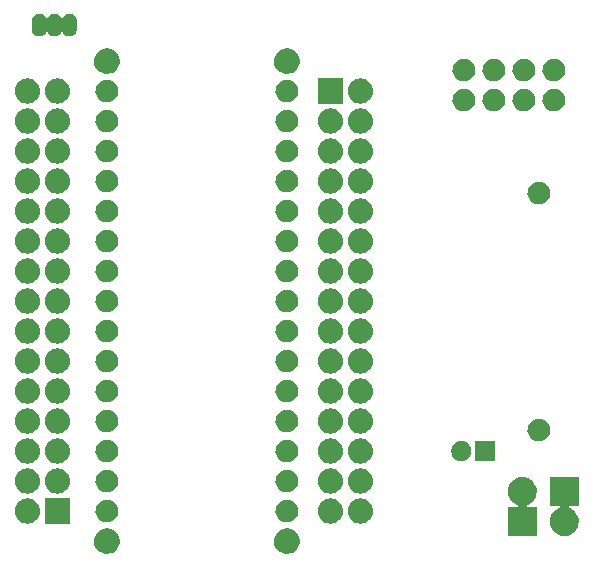
<source format=gbs>
G04 #@! TF.FileFunction,Soldermask,Bot*
%FSLAX46Y46*%
G04 Gerber Fmt 4.6, Leading zero omitted, Abs format (unit mm)*
G04 Created by KiCad (PCBNEW 4.0.2-stable) date 12-Jun-16 1:17:00 PM*
%MOMM*%
G01*
G04 APERTURE LIST*
%ADD10C,0.100000*%
G04 APERTURE END LIST*
D10*
G36*
X141084383Y-132261722D02*
X141293588Y-132304665D01*
X141490462Y-132387423D01*
X141667518Y-132506849D01*
X141818001Y-132658386D01*
X141936184Y-132836267D01*
X142017570Y-133033723D01*
X142058914Y-133242526D01*
X142058914Y-133242550D01*
X142059046Y-133243218D01*
X142055640Y-133487148D01*
X142055489Y-133487811D01*
X142055489Y-133487835D01*
X142008329Y-133695407D01*
X141921464Y-133890511D01*
X141798361Y-134065019D01*
X141643703Y-134212298D01*
X141463379Y-134326735D01*
X141264276Y-134403962D01*
X141053949Y-134441049D01*
X140840434Y-134436576D01*
X140631851Y-134390716D01*
X140436148Y-134305216D01*
X140260781Y-134183332D01*
X140112426Y-134029706D01*
X139996735Y-133850189D01*
X139918117Y-133651622D01*
X139879564Y-133441565D01*
X139882546Y-133228025D01*
X139926949Y-133019126D01*
X140011082Y-132822827D01*
X140131739Y-132646614D01*
X140284321Y-132497194D01*
X140463030Y-132380250D01*
X140661039Y-132300249D01*
X140870822Y-132260230D01*
X141084383Y-132261722D01*
X141084383Y-132261722D01*
G37*
G36*
X156324383Y-132261722D02*
X156533588Y-132304665D01*
X156730462Y-132387423D01*
X156907518Y-132506849D01*
X157058001Y-132658386D01*
X157176184Y-132836267D01*
X157257570Y-133033723D01*
X157298914Y-133242526D01*
X157298914Y-133242550D01*
X157299046Y-133243218D01*
X157295640Y-133487148D01*
X157295489Y-133487811D01*
X157295489Y-133487835D01*
X157248329Y-133695407D01*
X157161464Y-133890511D01*
X157038361Y-134065019D01*
X156883703Y-134212298D01*
X156703379Y-134326735D01*
X156504276Y-134403962D01*
X156293949Y-134441049D01*
X156080434Y-134436576D01*
X155871851Y-134390716D01*
X155676148Y-134305216D01*
X155500781Y-134183332D01*
X155352426Y-134029706D01*
X155236735Y-133850189D01*
X155158117Y-133651622D01*
X155119564Y-133441565D01*
X155122546Y-133228025D01*
X155166949Y-133019126D01*
X155251082Y-132822827D01*
X155371739Y-132646614D01*
X155524321Y-132497194D01*
X155703030Y-132380250D01*
X155901039Y-132300249D01*
X156110822Y-132260230D01*
X156324383Y-132261722D01*
X156324383Y-132261722D01*
G37*
G36*
X180921000Y-130375000D02*
X180184345Y-130375000D01*
X180156486Y-130378959D01*
X180130832Y-130390523D01*
X180109416Y-130408776D01*
X180093933Y-130432272D01*
X180085609Y-130459152D01*
X180085103Y-130487287D01*
X180092455Y-130514449D01*
X180107083Y-130538487D01*
X180127829Y-130557498D01*
X180152074Y-130569327D01*
X180189917Y-130581331D01*
X180397884Y-130695662D01*
X180579683Y-130848209D01*
X180728389Y-131033163D01*
X180838340Y-131243478D01*
X180905345Y-131471144D01*
X180905351Y-131471205D01*
X180905359Y-131471234D01*
X180926859Y-131707484D01*
X180902062Y-131943413D01*
X180902056Y-131943431D01*
X180902048Y-131943511D01*
X180831870Y-132170219D01*
X180718994Y-132378979D01*
X180567719Y-132561838D01*
X180383808Y-132711832D01*
X180174266Y-132823248D01*
X179947073Y-132891841D01*
X179710884Y-132915000D01*
X179699042Y-132915000D01*
X179686194Y-132914910D01*
X179686189Y-132914909D01*
X179682138Y-132914881D01*
X179446295Y-132888427D01*
X179220083Y-132816669D01*
X179012116Y-132702338D01*
X178830317Y-132549791D01*
X178681611Y-132364837D01*
X178571660Y-132154522D01*
X178504655Y-131926856D01*
X178504649Y-131926795D01*
X178504641Y-131926766D01*
X178483141Y-131690516D01*
X178507938Y-131454587D01*
X178507944Y-131454569D01*
X178507952Y-131454489D01*
X178578130Y-131227781D01*
X178691006Y-131019021D01*
X178842281Y-130836162D01*
X179026192Y-130686168D01*
X179235734Y-130574752D01*
X179252388Y-130569724D01*
X179275741Y-130558890D01*
X179296957Y-130540405D01*
X179312184Y-130516741D01*
X179320215Y-130489772D01*
X179320415Y-130461634D01*
X179312767Y-130434554D01*
X179297879Y-130410676D01*
X179276927Y-130391892D01*
X179251572Y-130379688D01*
X179221312Y-130375000D01*
X178489000Y-130375000D01*
X178489000Y-127943000D01*
X180921000Y-127943000D01*
X180921000Y-130375000D01*
X180921000Y-130375000D01*
G37*
G36*
X176167806Y-127943090D02*
X176167811Y-127943091D01*
X176171862Y-127943119D01*
X176407705Y-127969573D01*
X176633917Y-128041331D01*
X176841884Y-128155662D01*
X177023683Y-128308209D01*
X177172389Y-128493163D01*
X177282340Y-128703478D01*
X177349345Y-128931144D01*
X177349351Y-128931205D01*
X177349359Y-128931234D01*
X177370859Y-129167484D01*
X177346062Y-129403413D01*
X177346056Y-129403431D01*
X177346048Y-129403511D01*
X177275870Y-129630219D01*
X177162994Y-129838979D01*
X177011719Y-130021838D01*
X176827808Y-130171832D01*
X176618266Y-130283248D01*
X176601612Y-130288276D01*
X176578259Y-130299110D01*
X176557043Y-130317595D01*
X176541816Y-130341259D01*
X176533785Y-130368228D01*
X176533585Y-130396366D01*
X176541233Y-130423446D01*
X176556121Y-130447324D01*
X176577073Y-130466108D01*
X176602428Y-130478312D01*
X176632688Y-130483000D01*
X177365000Y-130483000D01*
X177365000Y-132915000D01*
X174933000Y-132915000D01*
X174933000Y-130483000D01*
X175669655Y-130483000D01*
X175697514Y-130479041D01*
X175723168Y-130467477D01*
X175744584Y-130449224D01*
X175760067Y-130425728D01*
X175768391Y-130398848D01*
X175768897Y-130370713D01*
X175761545Y-130343551D01*
X175746917Y-130319513D01*
X175726171Y-130300502D01*
X175701926Y-130288673D01*
X175664083Y-130276669D01*
X175456116Y-130162338D01*
X175274317Y-130009791D01*
X175125611Y-129824837D01*
X175015660Y-129614522D01*
X174948655Y-129386856D01*
X174948649Y-129386795D01*
X174948641Y-129386766D01*
X174927141Y-129150516D01*
X174951938Y-128914587D01*
X174951944Y-128914569D01*
X174951952Y-128914489D01*
X175022130Y-128687781D01*
X175135006Y-128479021D01*
X175286281Y-128296162D01*
X175470192Y-128146168D01*
X175679734Y-128034752D01*
X175906927Y-127966159D01*
X176143116Y-127943000D01*
X176154958Y-127943000D01*
X176167806Y-127943090D01*
X176167806Y-127943090D01*
G37*
G36*
X137842600Y-131873600D02*
X135715400Y-131873600D01*
X135715400Y-129746400D01*
X137842600Y-129746400D01*
X137842600Y-131873600D01*
X137842600Y-131873600D01*
G37*
G36*
X159908940Y-129746475D02*
X159908946Y-129746476D01*
X159912996Y-129746504D01*
X160119281Y-129769642D01*
X160317143Y-129832408D01*
X160499045Y-129932409D01*
X160658059Y-130065838D01*
X160788129Y-130227612D01*
X160884299Y-130411568D01*
X160942907Y-130610701D01*
X160942913Y-130610767D01*
X160942920Y-130610791D01*
X160961725Y-130817421D01*
X160940037Y-131023768D01*
X160940030Y-131023791D01*
X160940022Y-131023866D01*
X160878640Y-131222162D01*
X160779910Y-131404758D01*
X160647595Y-131564699D01*
X160486733Y-131695895D01*
X160303452Y-131793347D01*
X160104734Y-131853344D01*
X159898146Y-131873600D01*
X159887778Y-131873600D01*
X159877060Y-131873525D01*
X159877054Y-131873524D01*
X159873004Y-131873496D01*
X159666719Y-131850358D01*
X159468857Y-131787592D01*
X159286955Y-131687591D01*
X159127941Y-131554162D01*
X158997871Y-131392388D01*
X158901701Y-131208432D01*
X158843093Y-131009299D01*
X158843087Y-131009233D01*
X158843080Y-131009209D01*
X158824275Y-130802579D01*
X158845963Y-130596232D01*
X158845970Y-130596209D01*
X158845978Y-130596134D01*
X158907360Y-130397838D01*
X159006090Y-130215242D01*
X159138405Y-130055301D01*
X159299267Y-129924105D01*
X159482548Y-129826653D01*
X159681266Y-129766656D01*
X159887854Y-129746400D01*
X159898222Y-129746400D01*
X159908940Y-129746475D01*
X159908940Y-129746475D01*
G37*
G36*
X162448940Y-129746475D02*
X162448946Y-129746476D01*
X162452996Y-129746504D01*
X162659281Y-129769642D01*
X162857143Y-129832408D01*
X163039045Y-129932409D01*
X163198059Y-130065838D01*
X163328129Y-130227612D01*
X163424299Y-130411568D01*
X163482907Y-130610701D01*
X163482913Y-130610767D01*
X163482920Y-130610791D01*
X163501725Y-130817421D01*
X163480037Y-131023768D01*
X163480030Y-131023791D01*
X163480022Y-131023866D01*
X163418640Y-131222162D01*
X163319910Y-131404758D01*
X163187595Y-131564699D01*
X163026733Y-131695895D01*
X162843452Y-131793347D01*
X162644734Y-131853344D01*
X162438146Y-131873600D01*
X162427778Y-131873600D01*
X162417060Y-131873525D01*
X162417054Y-131873524D01*
X162413004Y-131873496D01*
X162206719Y-131850358D01*
X162008857Y-131787592D01*
X161826955Y-131687591D01*
X161667941Y-131554162D01*
X161537871Y-131392388D01*
X161441701Y-131208432D01*
X161383093Y-131009299D01*
X161383087Y-131009233D01*
X161383080Y-131009209D01*
X161364275Y-130802579D01*
X161385963Y-130596232D01*
X161385970Y-130596209D01*
X161385978Y-130596134D01*
X161447360Y-130397838D01*
X161546090Y-130215242D01*
X161678405Y-130055301D01*
X161839267Y-129924105D01*
X162022548Y-129826653D01*
X162221266Y-129766656D01*
X162427854Y-129746400D01*
X162438222Y-129746400D01*
X162448940Y-129746475D01*
X162448940Y-129746475D01*
G37*
G36*
X134254940Y-129746475D02*
X134254946Y-129746476D01*
X134258996Y-129746504D01*
X134465281Y-129769642D01*
X134663143Y-129832408D01*
X134845045Y-129932409D01*
X135004059Y-130065838D01*
X135134129Y-130227612D01*
X135230299Y-130411568D01*
X135288907Y-130610701D01*
X135288913Y-130610767D01*
X135288920Y-130610791D01*
X135307725Y-130817421D01*
X135286037Y-131023768D01*
X135286030Y-131023791D01*
X135286022Y-131023866D01*
X135224640Y-131222162D01*
X135125910Y-131404758D01*
X134993595Y-131564699D01*
X134832733Y-131695895D01*
X134649452Y-131793347D01*
X134450734Y-131853344D01*
X134244146Y-131873600D01*
X134233778Y-131873600D01*
X134223060Y-131873525D01*
X134223054Y-131873524D01*
X134219004Y-131873496D01*
X134012719Y-131850358D01*
X133814857Y-131787592D01*
X133632955Y-131687591D01*
X133473941Y-131554162D01*
X133343871Y-131392388D01*
X133247701Y-131208432D01*
X133189093Y-131009299D01*
X133189087Y-131009233D01*
X133189080Y-131009209D01*
X133170275Y-130802579D01*
X133191963Y-130596232D01*
X133191970Y-130596209D01*
X133191978Y-130596134D01*
X133253360Y-130397838D01*
X133352090Y-130215242D01*
X133484405Y-130055301D01*
X133645267Y-129924105D01*
X133828548Y-129826653D01*
X134027266Y-129766656D01*
X134233854Y-129746400D01*
X134244222Y-129746400D01*
X134254940Y-129746475D01*
X134254940Y-129746475D01*
G37*
G36*
X141071043Y-129848637D02*
X141255852Y-129886572D01*
X141429766Y-129959679D01*
X141586174Y-130065177D01*
X141719107Y-130199042D01*
X141823508Y-130356179D01*
X141895402Y-130530605D01*
X141931909Y-130714981D01*
X141931909Y-130714998D01*
X141932042Y-130715671D01*
X141929033Y-130931154D01*
X141928881Y-130931822D01*
X141928881Y-130931841D01*
X141887241Y-131115123D01*
X141810503Y-131287479D01*
X141701758Y-131441634D01*
X141565136Y-131571736D01*
X141405841Y-131672828D01*
X141229958Y-131741049D01*
X141044160Y-131773811D01*
X140855544Y-131769859D01*
X140671285Y-131729347D01*
X140498406Y-131653818D01*
X140343490Y-131546149D01*
X140212436Y-131410439D01*
X140110237Y-131251857D01*
X140040787Y-131076446D01*
X140006731Y-130890887D01*
X140009364Y-130702250D01*
X140048590Y-130517707D01*
X140122908Y-130344310D01*
X140229497Y-130188642D01*
X140364285Y-130056648D01*
X140522153Y-129953342D01*
X140697069Y-129882671D01*
X140882388Y-129847319D01*
X141071043Y-129848637D01*
X141071043Y-129848637D01*
G37*
G36*
X156311043Y-129848637D02*
X156495852Y-129886572D01*
X156669766Y-129959679D01*
X156826174Y-130065177D01*
X156959107Y-130199042D01*
X157063508Y-130356179D01*
X157135402Y-130530605D01*
X157171909Y-130714981D01*
X157171909Y-130714998D01*
X157172042Y-130715671D01*
X157169033Y-130931154D01*
X157168881Y-130931822D01*
X157168881Y-130931841D01*
X157127241Y-131115123D01*
X157050503Y-131287479D01*
X156941758Y-131441634D01*
X156805136Y-131571736D01*
X156645841Y-131672828D01*
X156469958Y-131741049D01*
X156284160Y-131773811D01*
X156095544Y-131769859D01*
X155911285Y-131729347D01*
X155738406Y-131653818D01*
X155583490Y-131546149D01*
X155452436Y-131410439D01*
X155350237Y-131251857D01*
X155280787Y-131076446D01*
X155246731Y-130890887D01*
X155249364Y-130702250D01*
X155288590Y-130517707D01*
X155362908Y-130344310D01*
X155469497Y-130188642D01*
X155604285Y-130056648D01*
X155762153Y-129953342D01*
X155937069Y-129882671D01*
X156122388Y-129847319D01*
X156311043Y-129848637D01*
X156311043Y-129848637D01*
G37*
G36*
X162448940Y-127206475D02*
X162448946Y-127206476D01*
X162452996Y-127206504D01*
X162659281Y-127229642D01*
X162857143Y-127292408D01*
X163039045Y-127392409D01*
X163198059Y-127525838D01*
X163328129Y-127687612D01*
X163424299Y-127871568D01*
X163482907Y-128070701D01*
X163482913Y-128070767D01*
X163482920Y-128070791D01*
X163501725Y-128277421D01*
X163480037Y-128483768D01*
X163480030Y-128483791D01*
X163480022Y-128483866D01*
X163418640Y-128682162D01*
X163319910Y-128864758D01*
X163187595Y-129024699D01*
X163026733Y-129155895D01*
X162843452Y-129253347D01*
X162644734Y-129313344D01*
X162438146Y-129333600D01*
X162427778Y-129333600D01*
X162417060Y-129333525D01*
X162417054Y-129333524D01*
X162413004Y-129333496D01*
X162206719Y-129310358D01*
X162008857Y-129247592D01*
X161826955Y-129147591D01*
X161667941Y-129014162D01*
X161537871Y-128852388D01*
X161441701Y-128668432D01*
X161383093Y-128469299D01*
X161383087Y-128469233D01*
X161383080Y-128469209D01*
X161364275Y-128262579D01*
X161385963Y-128056232D01*
X161385970Y-128056209D01*
X161385978Y-128056134D01*
X161447360Y-127857838D01*
X161546090Y-127675242D01*
X161678405Y-127515301D01*
X161839267Y-127384105D01*
X162022548Y-127286653D01*
X162221266Y-127226656D01*
X162427854Y-127206400D01*
X162438222Y-127206400D01*
X162448940Y-127206475D01*
X162448940Y-127206475D01*
G37*
G36*
X136794940Y-127206475D02*
X136794946Y-127206476D01*
X136798996Y-127206504D01*
X137005281Y-127229642D01*
X137203143Y-127292408D01*
X137385045Y-127392409D01*
X137544059Y-127525838D01*
X137674129Y-127687612D01*
X137770299Y-127871568D01*
X137828907Y-128070701D01*
X137828913Y-128070767D01*
X137828920Y-128070791D01*
X137847725Y-128277421D01*
X137826037Y-128483768D01*
X137826030Y-128483791D01*
X137826022Y-128483866D01*
X137764640Y-128682162D01*
X137665910Y-128864758D01*
X137533595Y-129024699D01*
X137372733Y-129155895D01*
X137189452Y-129253347D01*
X136990734Y-129313344D01*
X136784146Y-129333600D01*
X136773778Y-129333600D01*
X136763060Y-129333525D01*
X136763054Y-129333524D01*
X136759004Y-129333496D01*
X136552719Y-129310358D01*
X136354857Y-129247592D01*
X136172955Y-129147591D01*
X136013941Y-129014162D01*
X135883871Y-128852388D01*
X135787701Y-128668432D01*
X135729093Y-128469299D01*
X135729087Y-128469233D01*
X135729080Y-128469209D01*
X135710275Y-128262579D01*
X135731963Y-128056232D01*
X135731970Y-128056209D01*
X135731978Y-128056134D01*
X135793360Y-127857838D01*
X135892090Y-127675242D01*
X136024405Y-127515301D01*
X136185267Y-127384105D01*
X136368548Y-127286653D01*
X136567266Y-127226656D01*
X136773854Y-127206400D01*
X136784222Y-127206400D01*
X136794940Y-127206475D01*
X136794940Y-127206475D01*
G37*
G36*
X134254940Y-127206475D02*
X134254946Y-127206476D01*
X134258996Y-127206504D01*
X134465281Y-127229642D01*
X134663143Y-127292408D01*
X134845045Y-127392409D01*
X135004059Y-127525838D01*
X135134129Y-127687612D01*
X135230299Y-127871568D01*
X135288907Y-128070701D01*
X135288913Y-128070767D01*
X135288920Y-128070791D01*
X135307725Y-128277421D01*
X135286037Y-128483768D01*
X135286030Y-128483791D01*
X135286022Y-128483866D01*
X135224640Y-128682162D01*
X135125910Y-128864758D01*
X134993595Y-129024699D01*
X134832733Y-129155895D01*
X134649452Y-129253347D01*
X134450734Y-129313344D01*
X134244146Y-129333600D01*
X134233778Y-129333600D01*
X134223060Y-129333525D01*
X134223054Y-129333524D01*
X134219004Y-129333496D01*
X134012719Y-129310358D01*
X133814857Y-129247592D01*
X133632955Y-129147591D01*
X133473941Y-129014162D01*
X133343871Y-128852388D01*
X133247701Y-128668432D01*
X133189093Y-128469299D01*
X133189087Y-128469233D01*
X133189080Y-128469209D01*
X133170275Y-128262579D01*
X133191963Y-128056232D01*
X133191970Y-128056209D01*
X133191978Y-128056134D01*
X133253360Y-127857838D01*
X133352090Y-127675242D01*
X133484405Y-127515301D01*
X133645267Y-127384105D01*
X133828548Y-127286653D01*
X134027266Y-127226656D01*
X134233854Y-127206400D01*
X134244222Y-127206400D01*
X134254940Y-127206475D01*
X134254940Y-127206475D01*
G37*
G36*
X159908940Y-127206475D02*
X159908946Y-127206476D01*
X159912996Y-127206504D01*
X160119281Y-127229642D01*
X160317143Y-127292408D01*
X160499045Y-127392409D01*
X160658059Y-127525838D01*
X160788129Y-127687612D01*
X160884299Y-127871568D01*
X160942907Y-128070701D01*
X160942913Y-128070767D01*
X160942920Y-128070791D01*
X160961725Y-128277421D01*
X160940037Y-128483768D01*
X160940030Y-128483791D01*
X160940022Y-128483866D01*
X160878640Y-128682162D01*
X160779910Y-128864758D01*
X160647595Y-129024699D01*
X160486733Y-129155895D01*
X160303452Y-129253347D01*
X160104734Y-129313344D01*
X159898146Y-129333600D01*
X159887778Y-129333600D01*
X159877060Y-129333525D01*
X159877054Y-129333524D01*
X159873004Y-129333496D01*
X159666719Y-129310358D01*
X159468857Y-129247592D01*
X159286955Y-129147591D01*
X159127941Y-129014162D01*
X158997871Y-128852388D01*
X158901701Y-128668432D01*
X158843093Y-128469299D01*
X158843087Y-128469233D01*
X158843080Y-128469209D01*
X158824275Y-128262579D01*
X158845963Y-128056232D01*
X158845970Y-128056209D01*
X158845978Y-128056134D01*
X158907360Y-127857838D01*
X159006090Y-127675242D01*
X159138405Y-127515301D01*
X159299267Y-127384105D01*
X159482548Y-127286653D01*
X159681266Y-127226656D01*
X159887854Y-127206400D01*
X159898222Y-127206400D01*
X159908940Y-127206475D01*
X159908940Y-127206475D01*
G37*
G36*
X156311043Y-127308637D02*
X156495852Y-127346572D01*
X156669766Y-127419679D01*
X156826174Y-127525177D01*
X156959107Y-127659042D01*
X157063508Y-127816179D01*
X157135402Y-127990605D01*
X157171909Y-128174981D01*
X157171909Y-128174998D01*
X157172042Y-128175671D01*
X157169033Y-128391154D01*
X157168881Y-128391822D01*
X157168881Y-128391841D01*
X157127241Y-128575123D01*
X157050503Y-128747479D01*
X156941758Y-128901634D01*
X156805136Y-129031736D01*
X156645841Y-129132828D01*
X156469958Y-129201049D01*
X156284160Y-129233811D01*
X156095544Y-129229859D01*
X155911285Y-129189347D01*
X155738406Y-129113818D01*
X155583490Y-129006149D01*
X155452436Y-128870439D01*
X155350237Y-128711857D01*
X155280787Y-128536446D01*
X155246731Y-128350887D01*
X155249364Y-128162250D01*
X155288590Y-127977707D01*
X155362908Y-127804310D01*
X155469497Y-127648642D01*
X155604285Y-127516648D01*
X155762153Y-127413342D01*
X155937069Y-127342671D01*
X156122388Y-127307319D01*
X156311043Y-127308637D01*
X156311043Y-127308637D01*
G37*
G36*
X141071043Y-127308637D02*
X141255852Y-127346572D01*
X141429766Y-127419679D01*
X141586174Y-127525177D01*
X141719107Y-127659042D01*
X141823508Y-127816179D01*
X141895402Y-127990605D01*
X141931909Y-128174981D01*
X141931909Y-128174998D01*
X141932042Y-128175671D01*
X141929033Y-128391154D01*
X141928881Y-128391822D01*
X141928881Y-128391841D01*
X141887241Y-128575123D01*
X141810503Y-128747479D01*
X141701758Y-128901634D01*
X141565136Y-129031736D01*
X141405841Y-129132828D01*
X141229958Y-129201049D01*
X141044160Y-129233811D01*
X140855544Y-129229859D01*
X140671285Y-129189347D01*
X140498406Y-129113818D01*
X140343490Y-129006149D01*
X140212436Y-128870439D01*
X140110237Y-128711857D01*
X140040787Y-128536446D01*
X140006731Y-128350887D01*
X140009364Y-128162250D01*
X140048590Y-127977707D01*
X140122908Y-127804310D01*
X140229497Y-127648642D01*
X140364285Y-127516648D01*
X140522153Y-127413342D01*
X140697069Y-127342671D01*
X140882388Y-127307319D01*
X141071043Y-127308637D01*
X141071043Y-127308637D01*
G37*
G36*
X159908940Y-124666475D02*
X159908946Y-124666476D01*
X159912996Y-124666504D01*
X160119281Y-124689642D01*
X160317143Y-124752408D01*
X160499045Y-124852409D01*
X160658059Y-124985838D01*
X160788129Y-125147612D01*
X160884299Y-125331568D01*
X160942907Y-125530701D01*
X160942913Y-125530767D01*
X160942920Y-125530791D01*
X160961725Y-125737421D01*
X160940037Y-125943768D01*
X160940030Y-125943791D01*
X160940022Y-125943866D01*
X160878640Y-126142162D01*
X160779910Y-126324758D01*
X160647595Y-126484699D01*
X160486733Y-126615895D01*
X160303452Y-126713347D01*
X160104734Y-126773344D01*
X159898146Y-126793600D01*
X159887778Y-126793600D01*
X159877060Y-126793525D01*
X159877054Y-126793524D01*
X159873004Y-126793496D01*
X159666719Y-126770358D01*
X159468857Y-126707592D01*
X159286955Y-126607591D01*
X159127941Y-126474162D01*
X158997871Y-126312388D01*
X158901701Y-126128432D01*
X158843093Y-125929299D01*
X158843087Y-125929233D01*
X158843080Y-125929209D01*
X158824275Y-125722579D01*
X158845963Y-125516232D01*
X158845970Y-125516209D01*
X158845978Y-125516134D01*
X158907360Y-125317838D01*
X159006090Y-125135242D01*
X159138405Y-124975301D01*
X159299267Y-124844105D01*
X159482548Y-124746653D01*
X159681266Y-124686656D01*
X159887854Y-124666400D01*
X159898222Y-124666400D01*
X159908940Y-124666475D01*
X159908940Y-124666475D01*
G37*
G36*
X136794940Y-124666475D02*
X136794946Y-124666476D01*
X136798996Y-124666504D01*
X137005281Y-124689642D01*
X137203143Y-124752408D01*
X137385045Y-124852409D01*
X137544059Y-124985838D01*
X137674129Y-125147612D01*
X137770299Y-125331568D01*
X137828907Y-125530701D01*
X137828913Y-125530767D01*
X137828920Y-125530791D01*
X137847725Y-125737421D01*
X137826037Y-125943768D01*
X137826030Y-125943791D01*
X137826022Y-125943866D01*
X137764640Y-126142162D01*
X137665910Y-126324758D01*
X137533595Y-126484699D01*
X137372733Y-126615895D01*
X137189452Y-126713347D01*
X136990734Y-126773344D01*
X136784146Y-126793600D01*
X136773778Y-126793600D01*
X136763060Y-126793525D01*
X136763054Y-126793524D01*
X136759004Y-126793496D01*
X136552719Y-126770358D01*
X136354857Y-126707592D01*
X136172955Y-126607591D01*
X136013941Y-126474162D01*
X135883871Y-126312388D01*
X135787701Y-126128432D01*
X135729093Y-125929299D01*
X135729087Y-125929233D01*
X135729080Y-125929209D01*
X135710275Y-125722579D01*
X135731963Y-125516232D01*
X135731970Y-125516209D01*
X135731978Y-125516134D01*
X135793360Y-125317838D01*
X135892090Y-125135242D01*
X136024405Y-124975301D01*
X136185267Y-124844105D01*
X136368548Y-124746653D01*
X136567266Y-124686656D01*
X136773854Y-124666400D01*
X136784222Y-124666400D01*
X136794940Y-124666475D01*
X136794940Y-124666475D01*
G37*
G36*
X134254940Y-124666475D02*
X134254946Y-124666476D01*
X134258996Y-124666504D01*
X134465281Y-124689642D01*
X134663143Y-124752408D01*
X134845045Y-124852409D01*
X135004059Y-124985838D01*
X135134129Y-125147612D01*
X135230299Y-125331568D01*
X135288907Y-125530701D01*
X135288913Y-125530767D01*
X135288920Y-125530791D01*
X135307725Y-125737421D01*
X135286037Y-125943768D01*
X135286030Y-125943791D01*
X135286022Y-125943866D01*
X135224640Y-126142162D01*
X135125910Y-126324758D01*
X134993595Y-126484699D01*
X134832733Y-126615895D01*
X134649452Y-126713347D01*
X134450734Y-126773344D01*
X134244146Y-126793600D01*
X134233778Y-126793600D01*
X134223060Y-126793525D01*
X134223054Y-126793524D01*
X134219004Y-126793496D01*
X134012719Y-126770358D01*
X133814857Y-126707592D01*
X133632955Y-126607591D01*
X133473941Y-126474162D01*
X133343871Y-126312388D01*
X133247701Y-126128432D01*
X133189093Y-125929299D01*
X133189087Y-125929233D01*
X133189080Y-125929209D01*
X133170275Y-125722579D01*
X133191963Y-125516232D01*
X133191970Y-125516209D01*
X133191978Y-125516134D01*
X133253360Y-125317838D01*
X133352090Y-125135242D01*
X133484405Y-124975301D01*
X133645267Y-124844105D01*
X133828548Y-124746653D01*
X134027266Y-124686656D01*
X134233854Y-124666400D01*
X134244222Y-124666400D01*
X134254940Y-124666475D01*
X134254940Y-124666475D01*
G37*
G36*
X162448940Y-124666475D02*
X162448946Y-124666476D01*
X162452996Y-124666504D01*
X162659281Y-124689642D01*
X162857143Y-124752408D01*
X163039045Y-124852409D01*
X163198059Y-124985838D01*
X163328129Y-125147612D01*
X163424299Y-125331568D01*
X163482907Y-125530701D01*
X163482913Y-125530767D01*
X163482920Y-125530791D01*
X163501725Y-125737421D01*
X163480037Y-125943768D01*
X163480030Y-125943791D01*
X163480022Y-125943866D01*
X163418640Y-126142162D01*
X163319910Y-126324758D01*
X163187595Y-126484699D01*
X163026733Y-126615895D01*
X162843452Y-126713347D01*
X162644734Y-126773344D01*
X162438146Y-126793600D01*
X162427778Y-126793600D01*
X162417060Y-126793525D01*
X162417054Y-126793524D01*
X162413004Y-126793496D01*
X162206719Y-126770358D01*
X162008857Y-126707592D01*
X161826955Y-126607591D01*
X161667941Y-126474162D01*
X161537871Y-126312388D01*
X161441701Y-126128432D01*
X161383093Y-125929299D01*
X161383087Y-125929233D01*
X161383080Y-125929209D01*
X161364275Y-125722579D01*
X161385963Y-125516232D01*
X161385970Y-125516209D01*
X161385978Y-125516134D01*
X161447360Y-125317838D01*
X161546090Y-125135242D01*
X161678405Y-124975301D01*
X161839267Y-124844105D01*
X162022548Y-124746653D01*
X162221266Y-124686656D01*
X162427854Y-124666400D01*
X162438222Y-124666400D01*
X162448940Y-124666475D01*
X162448940Y-124666475D01*
G37*
G36*
X156311043Y-124768637D02*
X156495852Y-124806572D01*
X156669766Y-124879679D01*
X156826174Y-124985177D01*
X156959107Y-125119042D01*
X157063508Y-125276179D01*
X157135402Y-125450605D01*
X157171909Y-125634981D01*
X157171909Y-125634998D01*
X157172042Y-125635671D01*
X157169033Y-125851154D01*
X157168881Y-125851822D01*
X157168881Y-125851841D01*
X157127241Y-126035123D01*
X157050503Y-126207479D01*
X156941758Y-126361634D01*
X156805136Y-126491736D01*
X156645841Y-126592828D01*
X156469958Y-126661049D01*
X156284160Y-126693811D01*
X156095544Y-126689859D01*
X155911285Y-126649347D01*
X155738406Y-126573818D01*
X155583490Y-126466149D01*
X155452436Y-126330439D01*
X155350237Y-126171857D01*
X155280787Y-125996446D01*
X155246731Y-125810887D01*
X155249364Y-125622250D01*
X155288590Y-125437707D01*
X155362908Y-125264310D01*
X155469497Y-125108642D01*
X155604285Y-124976648D01*
X155762153Y-124873342D01*
X155937069Y-124802671D01*
X156122388Y-124767319D01*
X156311043Y-124768637D01*
X156311043Y-124768637D01*
G37*
G36*
X141071043Y-124768637D02*
X141255852Y-124806572D01*
X141429766Y-124879679D01*
X141586174Y-124985177D01*
X141719107Y-125119042D01*
X141823508Y-125276179D01*
X141895402Y-125450605D01*
X141931909Y-125634981D01*
X141931909Y-125634998D01*
X141932042Y-125635671D01*
X141929033Y-125851154D01*
X141928881Y-125851822D01*
X141928881Y-125851841D01*
X141887241Y-126035123D01*
X141810503Y-126207479D01*
X141701758Y-126361634D01*
X141565136Y-126491736D01*
X141405841Y-126592828D01*
X141229958Y-126661049D01*
X141044160Y-126693811D01*
X140855544Y-126689859D01*
X140671285Y-126649347D01*
X140498406Y-126573818D01*
X140343490Y-126466149D01*
X140212436Y-126330439D01*
X140110237Y-126171857D01*
X140040787Y-125996446D01*
X140006731Y-125810887D01*
X140009364Y-125622250D01*
X140048590Y-125437707D01*
X140122908Y-125264310D01*
X140229497Y-125108642D01*
X140364285Y-124976648D01*
X140522153Y-124873342D01*
X140697069Y-124802671D01*
X140882388Y-124767319D01*
X141071043Y-124768637D01*
X141071043Y-124768637D01*
G37*
G36*
X171063285Y-124880562D02*
X171226568Y-124914079D01*
X171380238Y-124978676D01*
X171518437Y-125071892D01*
X171635894Y-125190172D01*
X171728139Y-125329014D01*
X171791662Y-125483132D01*
X171823904Y-125645965D01*
X171823904Y-125645980D01*
X171824037Y-125646653D01*
X171821378Y-125837049D01*
X171821227Y-125837712D01*
X171821227Y-125837736D01*
X171784451Y-125999604D01*
X171716652Y-126151881D01*
X171620561Y-126288099D01*
X171499847Y-126403054D01*
X171359101Y-126492374D01*
X171203693Y-126552653D01*
X171039526Y-126581601D01*
X170872868Y-126578109D01*
X170710063Y-126542315D01*
X170557311Y-126475579D01*
X170420431Y-126380444D01*
X170304635Y-126260534D01*
X170214332Y-126120411D01*
X170152969Y-125965428D01*
X170122878Y-125801471D01*
X170125205Y-125634795D01*
X170159863Y-125471742D01*
X170225532Y-125318523D01*
X170319709Y-125180983D01*
X170438804Y-125064356D01*
X170578293Y-124973077D01*
X170732845Y-124910634D01*
X170896588Y-124879398D01*
X171063285Y-124880562D01*
X171063285Y-124880562D01*
G37*
G36*
X173824000Y-126580000D02*
X172124000Y-126580000D01*
X172124000Y-124880000D01*
X173824000Y-124880000D01*
X173824000Y-126580000D01*
X173824000Y-126580000D01*
G37*
G36*
X177647043Y-122990637D02*
X177831852Y-123028572D01*
X178005766Y-123101679D01*
X178162174Y-123207177D01*
X178295107Y-123341042D01*
X178399508Y-123498179D01*
X178471402Y-123672605D01*
X178507909Y-123856981D01*
X178507909Y-123856998D01*
X178508042Y-123857671D01*
X178505033Y-124073154D01*
X178504881Y-124073822D01*
X178504881Y-124073841D01*
X178463241Y-124257123D01*
X178386503Y-124429479D01*
X178277758Y-124583634D01*
X178141136Y-124713736D01*
X177981841Y-124814828D01*
X177805958Y-124883049D01*
X177620160Y-124915811D01*
X177431544Y-124911859D01*
X177247285Y-124871347D01*
X177074406Y-124795818D01*
X176919490Y-124688149D01*
X176788436Y-124552439D01*
X176686237Y-124393857D01*
X176616787Y-124218446D01*
X176582731Y-124032887D01*
X176585364Y-123844250D01*
X176624590Y-123659707D01*
X176698908Y-123486310D01*
X176805497Y-123330642D01*
X176940285Y-123198648D01*
X177098153Y-123095342D01*
X177273069Y-123024671D01*
X177458388Y-122989319D01*
X177647043Y-122990637D01*
X177647043Y-122990637D01*
G37*
G36*
X162448940Y-122126475D02*
X162448946Y-122126476D01*
X162452996Y-122126504D01*
X162659281Y-122149642D01*
X162857143Y-122212408D01*
X163039045Y-122312409D01*
X163198059Y-122445838D01*
X163328129Y-122607612D01*
X163424299Y-122791568D01*
X163482907Y-122990701D01*
X163482913Y-122990767D01*
X163482920Y-122990791D01*
X163501725Y-123197421D01*
X163480037Y-123403768D01*
X163480030Y-123403791D01*
X163480022Y-123403866D01*
X163418640Y-123602162D01*
X163319910Y-123784758D01*
X163187595Y-123944699D01*
X163026733Y-124075895D01*
X162843452Y-124173347D01*
X162644734Y-124233344D01*
X162438146Y-124253600D01*
X162427778Y-124253600D01*
X162417060Y-124253525D01*
X162417054Y-124253524D01*
X162413004Y-124253496D01*
X162206719Y-124230358D01*
X162008857Y-124167592D01*
X161826955Y-124067591D01*
X161667941Y-123934162D01*
X161537871Y-123772388D01*
X161441701Y-123588432D01*
X161383093Y-123389299D01*
X161383087Y-123389233D01*
X161383080Y-123389209D01*
X161364275Y-123182579D01*
X161385963Y-122976232D01*
X161385970Y-122976209D01*
X161385978Y-122976134D01*
X161447360Y-122777838D01*
X161546090Y-122595242D01*
X161678405Y-122435301D01*
X161839267Y-122304105D01*
X162022548Y-122206653D01*
X162221266Y-122146656D01*
X162427854Y-122126400D01*
X162438222Y-122126400D01*
X162448940Y-122126475D01*
X162448940Y-122126475D01*
G37*
G36*
X159908940Y-122126475D02*
X159908946Y-122126476D01*
X159912996Y-122126504D01*
X160119281Y-122149642D01*
X160317143Y-122212408D01*
X160499045Y-122312409D01*
X160658059Y-122445838D01*
X160788129Y-122607612D01*
X160884299Y-122791568D01*
X160942907Y-122990701D01*
X160942913Y-122990767D01*
X160942920Y-122990791D01*
X160961725Y-123197421D01*
X160940037Y-123403768D01*
X160940030Y-123403791D01*
X160940022Y-123403866D01*
X160878640Y-123602162D01*
X160779910Y-123784758D01*
X160647595Y-123944699D01*
X160486733Y-124075895D01*
X160303452Y-124173347D01*
X160104734Y-124233344D01*
X159898146Y-124253600D01*
X159887778Y-124253600D01*
X159877060Y-124253525D01*
X159877054Y-124253524D01*
X159873004Y-124253496D01*
X159666719Y-124230358D01*
X159468857Y-124167592D01*
X159286955Y-124067591D01*
X159127941Y-123934162D01*
X158997871Y-123772388D01*
X158901701Y-123588432D01*
X158843093Y-123389299D01*
X158843087Y-123389233D01*
X158843080Y-123389209D01*
X158824275Y-123182579D01*
X158845963Y-122976232D01*
X158845970Y-122976209D01*
X158845978Y-122976134D01*
X158907360Y-122777838D01*
X159006090Y-122595242D01*
X159138405Y-122435301D01*
X159299267Y-122304105D01*
X159482548Y-122206653D01*
X159681266Y-122146656D01*
X159887854Y-122126400D01*
X159898222Y-122126400D01*
X159908940Y-122126475D01*
X159908940Y-122126475D01*
G37*
G36*
X136794940Y-122126475D02*
X136794946Y-122126476D01*
X136798996Y-122126504D01*
X137005281Y-122149642D01*
X137203143Y-122212408D01*
X137385045Y-122312409D01*
X137544059Y-122445838D01*
X137674129Y-122607612D01*
X137770299Y-122791568D01*
X137828907Y-122990701D01*
X137828913Y-122990767D01*
X137828920Y-122990791D01*
X137847725Y-123197421D01*
X137826037Y-123403768D01*
X137826030Y-123403791D01*
X137826022Y-123403866D01*
X137764640Y-123602162D01*
X137665910Y-123784758D01*
X137533595Y-123944699D01*
X137372733Y-124075895D01*
X137189452Y-124173347D01*
X136990734Y-124233344D01*
X136784146Y-124253600D01*
X136773778Y-124253600D01*
X136763060Y-124253525D01*
X136763054Y-124253524D01*
X136759004Y-124253496D01*
X136552719Y-124230358D01*
X136354857Y-124167592D01*
X136172955Y-124067591D01*
X136013941Y-123934162D01*
X135883871Y-123772388D01*
X135787701Y-123588432D01*
X135729093Y-123389299D01*
X135729087Y-123389233D01*
X135729080Y-123389209D01*
X135710275Y-123182579D01*
X135731963Y-122976232D01*
X135731970Y-122976209D01*
X135731978Y-122976134D01*
X135793360Y-122777838D01*
X135892090Y-122595242D01*
X136024405Y-122435301D01*
X136185267Y-122304105D01*
X136368548Y-122206653D01*
X136567266Y-122146656D01*
X136773854Y-122126400D01*
X136784222Y-122126400D01*
X136794940Y-122126475D01*
X136794940Y-122126475D01*
G37*
G36*
X134254940Y-122126475D02*
X134254946Y-122126476D01*
X134258996Y-122126504D01*
X134465281Y-122149642D01*
X134663143Y-122212408D01*
X134845045Y-122312409D01*
X135004059Y-122445838D01*
X135134129Y-122607612D01*
X135230299Y-122791568D01*
X135288907Y-122990701D01*
X135288913Y-122990767D01*
X135288920Y-122990791D01*
X135307725Y-123197421D01*
X135286037Y-123403768D01*
X135286030Y-123403791D01*
X135286022Y-123403866D01*
X135224640Y-123602162D01*
X135125910Y-123784758D01*
X134993595Y-123944699D01*
X134832733Y-124075895D01*
X134649452Y-124173347D01*
X134450734Y-124233344D01*
X134244146Y-124253600D01*
X134233778Y-124253600D01*
X134223060Y-124253525D01*
X134223054Y-124253524D01*
X134219004Y-124253496D01*
X134012719Y-124230358D01*
X133814857Y-124167592D01*
X133632955Y-124067591D01*
X133473941Y-123934162D01*
X133343871Y-123772388D01*
X133247701Y-123588432D01*
X133189093Y-123389299D01*
X133189087Y-123389233D01*
X133189080Y-123389209D01*
X133170275Y-123182579D01*
X133191963Y-122976232D01*
X133191970Y-122976209D01*
X133191978Y-122976134D01*
X133253360Y-122777838D01*
X133352090Y-122595242D01*
X133484405Y-122435301D01*
X133645267Y-122304105D01*
X133828548Y-122206653D01*
X134027266Y-122146656D01*
X134233854Y-122126400D01*
X134244222Y-122126400D01*
X134254940Y-122126475D01*
X134254940Y-122126475D01*
G37*
G36*
X156311043Y-122228637D02*
X156495852Y-122266572D01*
X156669766Y-122339679D01*
X156826174Y-122445177D01*
X156959107Y-122579042D01*
X157063508Y-122736179D01*
X157135402Y-122910605D01*
X157171909Y-123094981D01*
X157171909Y-123094998D01*
X157172042Y-123095671D01*
X157169033Y-123311154D01*
X157168881Y-123311822D01*
X157168881Y-123311841D01*
X157127241Y-123495123D01*
X157050503Y-123667479D01*
X156941758Y-123821634D01*
X156805136Y-123951736D01*
X156645841Y-124052828D01*
X156469958Y-124121049D01*
X156284160Y-124153811D01*
X156095544Y-124149859D01*
X155911285Y-124109347D01*
X155738406Y-124033818D01*
X155583490Y-123926149D01*
X155452436Y-123790439D01*
X155350237Y-123631857D01*
X155280787Y-123456446D01*
X155246731Y-123270887D01*
X155249364Y-123082250D01*
X155288590Y-122897707D01*
X155362908Y-122724310D01*
X155469497Y-122568642D01*
X155604285Y-122436648D01*
X155762153Y-122333342D01*
X155937069Y-122262671D01*
X156122388Y-122227319D01*
X156311043Y-122228637D01*
X156311043Y-122228637D01*
G37*
G36*
X141071043Y-122228637D02*
X141255852Y-122266572D01*
X141429766Y-122339679D01*
X141586174Y-122445177D01*
X141719107Y-122579042D01*
X141823508Y-122736179D01*
X141895402Y-122910605D01*
X141931909Y-123094981D01*
X141931909Y-123094998D01*
X141932042Y-123095671D01*
X141929033Y-123311154D01*
X141928881Y-123311822D01*
X141928881Y-123311841D01*
X141887241Y-123495123D01*
X141810503Y-123667479D01*
X141701758Y-123821634D01*
X141565136Y-123951736D01*
X141405841Y-124052828D01*
X141229958Y-124121049D01*
X141044160Y-124153811D01*
X140855544Y-124149859D01*
X140671285Y-124109347D01*
X140498406Y-124033818D01*
X140343490Y-123926149D01*
X140212436Y-123790439D01*
X140110237Y-123631857D01*
X140040787Y-123456446D01*
X140006731Y-123270887D01*
X140009364Y-123082250D01*
X140048590Y-122897707D01*
X140122908Y-122724310D01*
X140229497Y-122568642D01*
X140364285Y-122436648D01*
X140522153Y-122333342D01*
X140697069Y-122262671D01*
X140882388Y-122227319D01*
X141071043Y-122228637D01*
X141071043Y-122228637D01*
G37*
G36*
X134254940Y-119586475D02*
X134254946Y-119586476D01*
X134258996Y-119586504D01*
X134465281Y-119609642D01*
X134663143Y-119672408D01*
X134845045Y-119772409D01*
X135004059Y-119905838D01*
X135134129Y-120067612D01*
X135230299Y-120251568D01*
X135288907Y-120450701D01*
X135288913Y-120450767D01*
X135288920Y-120450791D01*
X135307725Y-120657421D01*
X135286037Y-120863768D01*
X135286030Y-120863791D01*
X135286022Y-120863866D01*
X135224640Y-121062162D01*
X135125910Y-121244758D01*
X134993595Y-121404699D01*
X134832733Y-121535895D01*
X134649452Y-121633347D01*
X134450734Y-121693344D01*
X134244146Y-121713600D01*
X134233778Y-121713600D01*
X134223060Y-121713525D01*
X134223054Y-121713524D01*
X134219004Y-121713496D01*
X134012719Y-121690358D01*
X133814857Y-121627592D01*
X133632955Y-121527591D01*
X133473941Y-121394162D01*
X133343871Y-121232388D01*
X133247701Y-121048432D01*
X133189093Y-120849299D01*
X133189087Y-120849233D01*
X133189080Y-120849209D01*
X133170275Y-120642579D01*
X133191963Y-120436232D01*
X133191970Y-120436209D01*
X133191978Y-120436134D01*
X133253360Y-120237838D01*
X133352090Y-120055242D01*
X133484405Y-119895301D01*
X133645267Y-119764105D01*
X133828548Y-119666653D01*
X134027266Y-119606656D01*
X134233854Y-119586400D01*
X134244222Y-119586400D01*
X134254940Y-119586475D01*
X134254940Y-119586475D01*
G37*
G36*
X136794940Y-119586475D02*
X136794946Y-119586476D01*
X136798996Y-119586504D01*
X137005281Y-119609642D01*
X137203143Y-119672408D01*
X137385045Y-119772409D01*
X137544059Y-119905838D01*
X137674129Y-120067612D01*
X137770299Y-120251568D01*
X137828907Y-120450701D01*
X137828913Y-120450767D01*
X137828920Y-120450791D01*
X137847725Y-120657421D01*
X137826037Y-120863768D01*
X137826030Y-120863791D01*
X137826022Y-120863866D01*
X137764640Y-121062162D01*
X137665910Y-121244758D01*
X137533595Y-121404699D01*
X137372733Y-121535895D01*
X137189452Y-121633347D01*
X136990734Y-121693344D01*
X136784146Y-121713600D01*
X136773778Y-121713600D01*
X136763060Y-121713525D01*
X136763054Y-121713524D01*
X136759004Y-121713496D01*
X136552719Y-121690358D01*
X136354857Y-121627592D01*
X136172955Y-121527591D01*
X136013941Y-121394162D01*
X135883871Y-121232388D01*
X135787701Y-121048432D01*
X135729093Y-120849299D01*
X135729087Y-120849233D01*
X135729080Y-120849209D01*
X135710275Y-120642579D01*
X135731963Y-120436232D01*
X135731970Y-120436209D01*
X135731978Y-120436134D01*
X135793360Y-120237838D01*
X135892090Y-120055242D01*
X136024405Y-119895301D01*
X136185267Y-119764105D01*
X136368548Y-119666653D01*
X136567266Y-119606656D01*
X136773854Y-119586400D01*
X136784222Y-119586400D01*
X136794940Y-119586475D01*
X136794940Y-119586475D01*
G37*
G36*
X162448940Y-119586475D02*
X162448946Y-119586476D01*
X162452996Y-119586504D01*
X162659281Y-119609642D01*
X162857143Y-119672408D01*
X163039045Y-119772409D01*
X163198059Y-119905838D01*
X163328129Y-120067612D01*
X163424299Y-120251568D01*
X163482907Y-120450701D01*
X163482913Y-120450767D01*
X163482920Y-120450791D01*
X163501725Y-120657421D01*
X163480037Y-120863768D01*
X163480030Y-120863791D01*
X163480022Y-120863866D01*
X163418640Y-121062162D01*
X163319910Y-121244758D01*
X163187595Y-121404699D01*
X163026733Y-121535895D01*
X162843452Y-121633347D01*
X162644734Y-121693344D01*
X162438146Y-121713600D01*
X162427778Y-121713600D01*
X162417060Y-121713525D01*
X162417054Y-121713524D01*
X162413004Y-121713496D01*
X162206719Y-121690358D01*
X162008857Y-121627592D01*
X161826955Y-121527591D01*
X161667941Y-121394162D01*
X161537871Y-121232388D01*
X161441701Y-121048432D01*
X161383093Y-120849299D01*
X161383087Y-120849233D01*
X161383080Y-120849209D01*
X161364275Y-120642579D01*
X161385963Y-120436232D01*
X161385970Y-120436209D01*
X161385978Y-120436134D01*
X161447360Y-120237838D01*
X161546090Y-120055242D01*
X161678405Y-119895301D01*
X161839267Y-119764105D01*
X162022548Y-119666653D01*
X162221266Y-119606656D01*
X162427854Y-119586400D01*
X162438222Y-119586400D01*
X162448940Y-119586475D01*
X162448940Y-119586475D01*
G37*
G36*
X159908940Y-119586475D02*
X159908946Y-119586476D01*
X159912996Y-119586504D01*
X160119281Y-119609642D01*
X160317143Y-119672408D01*
X160499045Y-119772409D01*
X160658059Y-119905838D01*
X160788129Y-120067612D01*
X160884299Y-120251568D01*
X160942907Y-120450701D01*
X160942913Y-120450767D01*
X160942920Y-120450791D01*
X160961725Y-120657421D01*
X160940037Y-120863768D01*
X160940030Y-120863791D01*
X160940022Y-120863866D01*
X160878640Y-121062162D01*
X160779910Y-121244758D01*
X160647595Y-121404699D01*
X160486733Y-121535895D01*
X160303452Y-121633347D01*
X160104734Y-121693344D01*
X159898146Y-121713600D01*
X159887778Y-121713600D01*
X159877060Y-121713525D01*
X159877054Y-121713524D01*
X159873004Y-121713496D01*
X159666719Y-121690358D01*
X159468857Y-121627592D01*
X159286955Y-121527591D01*
X159127941Y-121394162D01*
X158997871Y-121232388D01*
X158901701Y-121048432D01*
X158843093Y-120849299D01*
X158843087Y-120849233D01*
X158843080Y-120849209D01*
X158824275Y-120642579D01*
X158845963Y-120436232D01*
X158845970Y-120436209D01*
X158845978Y-120436134D01*
X158907360Y-120237838D01*
X159006090Y-120055242D01*
X159138405Y-119895301D01*
X159299267Y-119764105D01*
X159482548Y-119666653D01*
X159681266Y-119606656D01*
X159887854Y-119586400D01*
X159898222Y-119586400D01*
X159908940Y-119586475D01*
X159908940Y-119586475D01*
G37*
G36*
X141071043Y-119688637D02*
X141255852Y-119726572D01*
X141429766Y-119799679D01*
X141586174Y-119905177D01*
X141719107Y-120039042D01*
X141823508Y-120196179D01*
X141895402Y-120370605D01*
X141931909Y-120554981D01*
X141931909Y-120554998D01*
X141932042Y-120555671D01*
X141929033Y-120771154D01*
X141928881Y-120771822D01*
X141928881Y-120771841D01*
X141887241Y-120955123D01*
X141810503Y-121127479D01*
X141701758Y-121281634D01*
X141565136Y-121411736D01*
X141405841Y-121512828D01*
X141229958Y-121581049D01*
X141044160Y-121613811D01*
X140855544Y-121609859D01*
X140671285Y-121569347D01*
X140498406Y-121493818D01*
X140343490Y-121386149D01*
X140212436Y-121250439D01*
X140110237Y-121091857D01*
X140040787Y-120916446D01*
X140006731Y-120730887D01*
X140009364Y-120542250D01*
X140048590Y-120357707D01*
X140122908Y-120184310D01*
X140229497Y-120028642D01*
X140364285Y-119896648D01*
X140522153Y-119793342D01*
X140697069Y-119722671D01*
X140882388Y-119687319D01*
X141071043Y-119688637D01*
X141071043Y-119688637D01*
G37*
G36*
X156311043Y-119688637D02*
X156495852Y-119726572D01*
X156669766Y-119799679D01*
X156826174Y-119905177D01*
X156959107Y-120039042D01*
X157063508Y-120196179D01*
X157135402Y-120370605D01*
X157171909Y-120554981D01*
X157171909Y-120554998D01*
X157172042Y-120555671D01*
X157169033Y-120771154D01*
X157168881Y-120771822D01*
X157168881Y-120771841D01*
X157127241Y-120955123D01*
X157050503Y-121127479D01*
X156941758Y-121281634D01*
X156805136Y-121411736D01*
X156645841Y-121512828D01*
X156469958Y-121581049D01*
X156284160Y-121613811D01*
X156095544Y-121609859D01*
X155911285Y-121569347D01*
X155738406Y-121493818D01*
X155583490Y-121386149D01*
X155452436Y-121250439D01*
X155350237Y-121091857D01*
X155280787Y-120916446D01*
X155246731Y-120730887D01*
X155249364Y-120542250D01*
X155288590Y-120357707D01*
X155362908Y-120184310D01*
X155469497Y-120028642D01*
X155604285Y-119896648D01*
X155762153Y-119793342D01*
X155937069Y-119722671D01*
X156122388Y-119687319D01*
X156311043Y-119688637D01*
X156311043Y-119688637D01*
G37*
G36*
X134254940Y-117046475D02*
X134254946Y-117046476D01*
X134258996Y-117046504D01*
X134465281Y-117069642D01*
X134663143Y-117132408D01*
X134845045Y-117232409D01*
X135004059Y-117365838D01*
X135134129Y-117527612D01*
X135230299Y-117711568D01*
X135288907Y-117910701D01*
X135288913Y-117910767D01*
X135288920Y-117910791D01*
X135307725Y-118117421D01*
X135286037Y-118323768D01*
X135286030Y-118323791D01*
X135286022Y-118323866D01*
X135224640Y-118522162D01*
X135125910Y-118704758D01*
X134993595Y-118864699D01*
X134832733Y-118995895D01*
X134649452Y-119093347D01*
X134450734Y-119153344D01*
X134244146Y-119173600D01*
X134233778Y-119173600D01*
X134223060Y-119173525D01*
X134223054Y-119173524D01*
X134219004Y-119173496D01*
X134012719Y-119150358D01*
X133814857Y-119087592D01*
X133632955Y-118987591D01*
X133473941Y-118854162D01*
X133343871Y-118692388D01*
X133247701Y-118508432D01*
X133189093Y-118309299D01*
X133189087Y-118309233D01*
X133189080Y-118309209D01*
X133170275Y-118102579D01*
X133191963Y-117896232D01*
X133191970Y-117896209D01*
X133191978Y-117896134D01*
X133253360Y-117697838D01*
X133352090Y-117515242D01*
X133484405Y-117355301D01*
X133645267Y-117224105D01*
X133828548Y-117126653D01*
X134027266Y-117066656D01*
X134233854Y-117046400D01*
X134244222Y-117046400D01*
X134254940Y-117046475D01*
X134254940Y-117046475D01*
G37*
G36*
X136794940Y-117046475D02*
X136794946Y-117046476D01*
X136798996Y-117046504D01*
X137005281Y-117069642D01*
X137203143Y-117132408D01*
X137385045Y-117232409D01*
X137544059Y-117365838D01*
X137674129Y-117527612D01*
X137770299Y-117711568D01*
X137828907Y-117910701D01*
X137828913Y-117910767D01*
X137828920Y-117910791D01*
X137847725Y-118117421D01*
X137826037Y-118323768D01*
X137826030Y-118323791D01*
X137826022Y-118323866D01*
X137764640Y-118522162D01*
X137665910Y-118704758D01*
X137533595Y-118864699D01*
X137372733Y-118995895D01*
X137189452Y-119093347D01*
X136990734Y-119153344D01*
X136784146Y-119173600D01*
X136773778Y-119173600D01*
X136763060Y-119173525D01*
X136763054Y-119173524D01*
X136759004Y-119173496D01*
X136552719Y-119150358D01*
X136354857Y-119087592D01*
X136172955Y-118987591D01*
X136013941Y-118854162D01*
X135883871Y-118692388D01*
X135787701Y-118508432D01*
X135729093Y-118309299D01*
X135729087Y-118309233D01*
X135729080Y-118309209D01*
X135710275Y-118102579D01*
X135731963Y-117896232D01*
X135731970Y-117896209D01*
X135731978Y-117896134D01*
X135793360Y-117697838D01*
X135892090Y-117515242D01*
X136024405Y-117355301D01*
X136185267Y-117224105D01*
X136368548Y-117126653D01*
X136567266Y-117066656D01*
X136773854Y-117046400D01*
X136784222Y-117046400D01*
X136794940Y-117046475D01*
X136794940Y-117046475D01*
G37*
G36*
X159908940Y-117046475D02*
X159908946Y-117046476D01*
X159912996Y-117046504D01*
X160119281Y-117069642D01*
X160317143Y-117132408D01*
X160499045Y-117232409D01*
X160658059Y-117365838D01*
X160788129Y-117527612D01*
X160884299Y-117711568D01*
X160942907Y-117910701D01*
X160942913Y-117910767D01*
X160942920Y-117910791D01*
X160961725Y-118117421D01*
X160940037Y-118323768D01*
X160940030Y-118323791D01*
X160940022Y-118323866D01*
X160878640Y-118522162D01*
X160779910Y-118704758D01*
X160647595Y-118864699D01*
X160486733Y-118995895D01*
X160303452Y-119093347D01*
X160104734Y-119153344D01*
X159898146Y-119173600D01*
X159887778Y-119173600D01*
X159877060Y-119173525D01*
X159877054Y-119173524D01*
X159873004Y-119173496D01*
X159666719Y-119150358D01*
X159468857Y-119087592D01*
X159286955Y-118987591D01*
X159127941Y-118854162D01*
X158997871Y-118692388D01*
X158901701Y-118508432D01*
X158843093Y-118309299D01*
X158843087Y-118309233D01*
X158843080Y-118309209D01*
X158824275Y-118102579D01*
X158845963Y-117896232D01*
X158845970Y-117896209D01*
X158845978Y-117896134D01*
X158907360Y-117697838D01*
X159006090Y-117515242D01*
X159138405Y-117355301D01*
X159299267Y-117224105D01*
X159482548Y-117126653D01*
X159681266Y-117066656D01*
X159887854Y-117046400D01*
X159898222Y-117046400D01*
X159908940Y-117046475D01*
X159908940Y-117046475D01*
G37*
G36*
X162448940Y-117046475D02*
X162448946Y-117046476D01*
X162452996Y-117046504D01*
X162659281Y-117069642D01*
X162857143Y-117132408D01*
X163039045Y-117232409D01*
X163198059Y-117365838D01*
X163328129Y-117527612D01*
X163424299Y-117711568D01*
X163482907Y-117910701D01*
X163482913Y-117910767D01*
X163482920Y-117910791D01*
X163501725Y-118117421D01*
X163480037Y-118323768D01*
X163480030Y-118323791D01*
X163480022Y-118323866D01*
X163418640Y-118522162D01*
X163319910Y-118704758D01*
X163187595Y-118864699D01*
X163026733Y-118995895D01*
X162843452Y-119093347D01*
X162644734Y-119153344D01*
X162438146Y-119173600D01*
X162427778Y-119173600D01*
X162417060Y-119173525D01*
X162417054Y-119173524D01*
X162413004Y-119173496D01*
X162206719Y-119150358D01*
X162008857Y-119087592D01*
X161826955Y-118987591D01*
X161667941Y-118854162D01*
X161537871Y-118692388D01*
X161441701Y-118508432D01*
X161383093Y-118309299D01*
X161383087Y-118309233D01*
X161383080Y-118309209D01*
X161364275Y-118102579D01*
X161385963Y-117896232D01*
X161385970Y-117896209D01*
X161385978Y-117896134D01*
X161447360Y-117697838D01*
X161546090Y-117515242D01*
X161678405Y-117355301D01*
X161839267Y-117224105D01*
X162022548Y-117126653D01*
X162221266Y-117066656D01*
X162427854Y-117046400D01*
X162438222Y-117046400D01*
X162448940Y-117046475D01*
X162448940Y-117046475D01*
G37*
G36*
X156311043Y-117148637D02*
X156495852Y-117186572D01*
X156669766Y-117259679D01*
X156826174Y-117365177D01*
X156959107Y-117499042D01*
X157063508Y-117656179D01*
X157135402Y-117830605D01*
X157171909Y-118014981D01*
X157171909Y-118014998D01*
X157172042Y-118015671D01*
X157169033Y-118231154D01*
X157168881Y-118231822D01*
X157168881Y-118231841D01*
X157127241Y-118415123D01*
X157050503Y-118587479D01*
X156941758Y-118741634D01*
X156805136Y-118871736D01*
X156645841Y-118972828D01*
X156469958Y-119041049D01*
X156284160Y-119073811D01*
X156095544Y-119069859D01*
X155911285Y-119029347D01*
X155738406Y-118953818D01*
X155583490Y-118846149D01*
X155452436Y-118710439D01*
X155350237Y-118551857D01*
X155280787Y-118376446D01*
X155246731Y-118190887D01*
X155249364Y-118002250D01*
X155288590Y-117817707D01*
X155362908Y-117644310D01*
X155469497Y-117488642D01*
X155604285Y-117356648D01*
X155762153Y-117253342D01*
X155937069Y-117182671D01*
X156122388Y-117147319D01*
X156311043Y-117148637D01*
X156311043Y-117148637D01*
G37*
G36*
X141071043Y-117148637D02*
X141255852Y-117186572D01*
X141429766Y-117259679D01*
X141586174Y-117365177D01*
X141719107Y-117499042D01*
X141823508Y-117656179D01*
X141895402Y-117830605D01*
X141931909Y-118014981D01*
X141931909Y-118014998D01*
X141932042Y-118015671D01*
X141929033Y-118231154D01*
X141928881Y-118231822D01*
X141928881Y-118231841D01*
X141887241Y-118415123D01*
X141810503Y-118587479D01*
X141701758Y-118741634D01*
X141565136Y-118871736D01*
X141405841Y-118972828D01*
X141229958Y-119041049D01*
X141044160Y-119073811D01*
X140855544Y-119069859D01*
X140671285Y-119029347D01*
X140498406Y-118953818D01*
X140343490Y-118846149D01*
X140212436Y-118710439D01*
X140110237Y-118551857D01*
X140040787Y-118376446D01*
X140006731Y-118190887D01*
X140009364Y-118002250D01*
X140048590Y-117817707D01*
X140122908Y-117644310D01*
X140229497Y-117488642D01*
X140364285Y-117356648D01*
X140522153Y-117253342D01*
X140697069Y-117182671D01*
X140882388Y-117147319D01*
X141071043Y-117148637D01*
X141071043Y-117148637D01*
G37*
G36*
X159908940Y-114506475D02*
X159908946Y-114506476D01*
X159912996Y-114506504D01*
X160119281Y-114529642D01*
X160317143Y-114592408D01*
X160499045Y-114692409D01*
X160658059Y-114825838D01*
X160788129Y-114987612D01*
X160884299Y-115171568D01*
X160942907Y-115370701D01*
X160942913Y-115370767D01*
X160942920Y-115370791D01*
X160961725Y-115577421D01*
X160940037Y-115783768D01*
X160940030Y-115783791D01*
X160940022Y-115783866D01*
X160878640Y-115982162D01*
X160779910Y-116164758D01*
X160647595Y-116324699D01*
X160486733Y-116455895D01*
X160303452Y-116553347D01*
X160104734Y-116613344D01*
X159898146Y-116633600D01*
X159887778Y-116633600D01*
X159877060Y-116633525D01*
X159877054Y-116633524D01*
X159873004Y-116633496D01*
X159666719Y-116610358D01*
X159468857Y-116547592D01*
X159286955Y-116447591D01*
X159127941Y-116314162D01*
X158997871Y-116152388D01*
X158901701Y-115968432D01*
X158843093Y-115769299D01*
X158843087Y-115769233D01*
X158843080Y-115769209D01*
X158824275Y-115562579D01*
X158845963Y-115356232D01*
X158845970Y-115356209D01*
X158845978Y-115356134D01*
X158907360Y-115157838D01*
X159006090Y-114975242D01*
X159138405Y-114815301D01*
X159299267Y-114684105D01*
X159482548Y-114586653D01*
X159681266Y-114526656D01*
X159887854Y-114506400D01*
X159898222Y-114506400D01*
X159908940Y-114506475D01*
X159908940Y-114506475D01*
G37*
G36*
X136794940Y-114506475D02*
X136794946Y-114506476D01*
X136798996Y-114506504D01*
X137005281Y-114529642D01*
X137203143Y-114592408D01*
X137385045Y-114692409D01*
X137544059Y-114825838D01*
X137674129Y-114987612D01*
X137770299Y-115171568D01*
X137828907Y-115370701D01*
X137828913Y-115370767D01*
X137828920Y-115370791D01*
X137847725Y-115577421D01*
X137826037Y-115783768D01*
X137826030Y-115783791D01*
X137826022Y-115783866D01*
X137764640Y-115982162D01*
X137665910Y-116164758D01*
X137533595Y-116324699D01*
X137372733Y-116455895D01*
X137189452Y-116553347D01*
X136990734Y-116613344D01*
X136784146Y-116633600D01*
X136773778Y-116633600D01*
X136763060Y-116633525D01*
X136763054Y-116633524D01*
X136759004Y-116633496D01*
X136552719Y-116610358D01*
X136354857Y-116547592D01*
X136172955Y-116447591D01*
X136013941Y-116314162D01*
X135883871Y-116152388D01*
X135787701Y-115968432D01*
X135729093Y-115769299D01*
X135729087Y-115769233D01*
X135729080Y-115769209D01*
X135710275Y-115562579D01*
X135731963Y-115356232D01*
X135731970Y-115356209D01*
X135731978Y-115356134D01*
X135793360Y-115157838D01*
X135892090Y-114975242D01*
X136024405Y-114815301D01*
X136185267Y-114684105D01*
X136368548Y-114586653D01*
X136567266Y-114526656D01*
X136773854Y-114506400D01*
X136784222Y-114506400D01*
X136794940Y-114506475D01*
X136794940Y-114506475D01*
G37*
G36*
X162448940Y-114506475D02*
X162448946Y-114506476D01*
X162452996Y-114506504D01*
X162659281Y-114529642D01*
X162857143Y-114592408D01*
X163039045Y-114692409D01*
X163198059Y-114825838D01*
X163328129Y-114987612D01*
X163424299Y-115171568D01*
X163482907Y-115370701D01*
X163482913Y-115370767D01*
X163482920Y-115370791D01*
X163501725Y-115577421D01*
X163480037Y-115783768D01*
X163480030Y-115783791D01*
X163480022Y-115783866D01*
X163418640Y-115982162D01*
X163319910Y-116164758D01*
X163187595Y-116324699D01*
X163026733Y-116455895D01*
X162843452Y-116553347D01*
X162644734Y-116613344D01*
X162438146Y-116633600D01*
X162427778Y-116633600D01*
X162417060Y-116633525D01*
X162417054Y-116633524D01*
X162413004Y-116633496D01*
X162206719Y-116610358D01*
X162008857Y-116547592D01*
X161826955Y-116447591D01*
X161667941Y-116314162D01*
X161537871Y-116152388D01*
X161441701Y-115968432D01*
X161383093Y-115769299D01*
X161383087Y-115769233D01*
X161383080Y-115769209D01*
X161364275Y-115562579D01*
X161385963Y-115356232D01*
X161385970Y-115356209D01*
X161385978Y-115356134D01*
X161447360Y-115157838D01*
X161546090Y-114975242D01*
X161678405Y-114815301D01*
X161839267Y-114684105D01*
X162022548Y-114586653D01*
X162221266Y-114526656D01*
X162427854Y-114506400D01*
X162438222Y-114506400D01*
X162448940Y-114506475D01*
X162448940Y-114506475D01*
G37*
G36*
X134254940Y-114506475D02*
X134254946Y-114506476D01*
X134258996Y-114506504D01*
X134465281Y-114529642D01*
X134663143Y-114592408D01*
X134845045Y-114692409D01*
X135004059Y-114825838D01*
X135134129Y-114987612D01*
X135230299Y-115171568D01*
X135288907Y-115370701D01*
X135288913Y-115370767D01*
X135288920Y-115370791D01*
X135307725Y-115577421D01*
X135286037Y-115783768D01*
X135286030Y-115783791D01*
X135286022Y-115783866D01*
X135224640Y-115982162D01*
X135125910Y-116164758D01*
X134993595Y-116324699D01*
X134832733Y-116455895D01*
X134649452Y-116553347D01*
X134450734Y-116613344D01*
X134244146Y-116633600D01*
X134233778Y-116633600D01*
X134223060Y-116633525D01*
X134223054Y-116633524D01*
X134219004Y-116633496D01*
X134012719Y-116610358D01*
X133814857Y-116547592D01*
X133632955Y-116447591D01*
X133473941Y-116314162D01*
X133343871Y-116152388D01*
X133247701Y-115968432D01*
X133189093Y-115769299D01*
X133189087Y-115769233D01*
X133189080Y-115769209D01*
X133170275Y-115562579D01*
X133191963Y-115356232D01*
X133191970Y-115356209D01*
X133191978Y-115356134D01*
X133253360Y-115157838D01*
X133352090Y-114975242D01*
X133484405Y-114815301D01*
X133645267Y-114684105D01*
X133828548Y-114586653D01*
X134027266Y-114526656D01*
X134233854Y-114506400D01*
X134244222Y-114506400D01*
X134254940Y-114506475D01*
X134254940Y-114506475D01*
G37*
G36*
X141071043Y-114608637D02*
X141255852Y-114646572D01*
X141429766Y-114719679D01*
X141586174Y-114825177D01*
X141719107Y-114959042D01*
X141823508Y-115116179D01*
X141895402Y-115290605D01*
X141931909Y-115474981D01*
X141931909Y-115474998D01*
X141932042Y-115475671D01*
X141929033Y-115691154D01*
X141928881Y-115691822D01*
X141928881Y-115691841D01*
X141887241Y-115875123D01*
X141810503Y-116047479D01*
X141701758Y-116201634D01*
X141565136Y-116331736D01*
X141405841Y-116432828D01*
X141229958Y-116501049D01*
X141044160Y-116533811D01*
X140855544Y-116529859D01*
X140671285Y-116489347D01*
X140498406Y-116413818D01*
X140343490Y-116306149D01*
X140212436Y-116170439D01*
X140110237Y-116011857D01*
X140040787Y-115836446D01*
X140006731Y-115650887D01*
X140009364Y-115462250D01*
X140048590Y-115277707D01*
X140122908Y-115104310D01*
X140229497Y-114948642D01*
X140364285Y-114816648D01*
X140522153Y-114713342D01*
X140697069Y-114642671D01*
X140882388Y-114607319D01*
X141071043Y-114608637D01*
X141071043Y-114608637D01*
G37*
G36*
X156311043Y-114608637D02*
X156495852Y-114646572D01*
X156669766Y-114719679D01*
X156826174Y-114825177D01*
X156959107Y-114959042D01*
X157063508Y-115116179D01*
X157135402Y-115290605D01*
X157171909Y-115474981D01*
X157171909Y-115474998D01*
X157172042Y-115475671D01*
X157169033Y-115691154D01*
X157168881Y-115691822D01*
X157168881Y-115691841D01*
X157127241Y-115875123D01*
X157050503Y-116047479D01*
X156941758Y-116201634D01*
X156805136Y-116331736D01*
X156645841Y-116432828D01*
X156469958Y-116501049D01*
X156284160Y-116533811D01*
X156095544Y-116529859D01*
X155911285Y-116489347D01*
X155738406Y-116413818D01*
X155583490Y-116306149D01*
X155452436Y-116170439D01*
X155350237Y-116011857D01*
X155280787Y-115836446D01*
X155246731Y-115650887D01*
X155249364Y-115462250D01*
X155288590Y-115277707D01*
X155362908Y-115104310D01*
X155469497Y-114948642D01*
X155604285Y-114816648D01*
X155762153Y-114713342D01*
X155937069Y-114642671D01*
X156122388Y-114607319D01*
X156311043Y-114608637D01*
X156311043Y-114608637D01*
G37*
G36*
X159908940Y-111966475D02*
X159908946Y-111966476D01*
X159912996Y-111966504D01*
X160119281Y-111989642D01*
X160317143Y-112052408D01*
X160499045Y-112152409D01*
X160658059Y-112285838D01*
X160788129Y-112447612D01*
X160884299Y-112631568D01*
X160942907Y-112830701D01*
X160942913Y-112830767D01*
X160942920Y-112830791D01*
X160961725Y-113037421D01*
X160940037Y-113243768D01*
X160940030Y-113243791D01*
X160940022Y-113243866D01*
X160878640Y-113442162D01*
X160779910Y-113624758D01*
X160647595Y-113784699D01*
X160486733Y-113915895D01*
X160303452Y-114013347D01*
X160104734Y-114073344D01*
X159898146Y-114093600D01*
X159887778Y-114093600D01*
X159877060Y-114093525D01*
X159877054Y-114093524D01*
X159873004Y-114093496D01*
X159666719Y-114070358D01*
X159468857Y-114007592D01*
X159286955Y-113907591D01*
X159127941Y-113774162D01*
X158997871Y-113612388D01*
X158901701Y-113428432D01*
X158843093Y-113229299D01*
X158843087Y-113229233D01*
X158843080Y-113229209D01*
X158824275Y-113022579D01*
X158845963Y-112816232D01*
X158845970Y-112816209D01*
X158845978Y-112816134D01*
X158907360Y-112617838D01*
X159006090Y-112435242D01*
X159138405Y-112275301D01*
X159299267Y-112144105D01*
X159482548Y-112046653D01*
X159681266Y-111986656D01*
X159887854Y-111966400D01*
X159898222Y-111966400D01*
X159908940Y-111966475D01*
X159908940Y-111966475D01*
G37*
G36*
X136794940Y-111966475D02*
X136794946Y-111966476D01*
X136798996Y-111966504D01*
X137005281Y-111989642D01*
X137203143Y-112052408D01*
X137385045Y-112152409D01*
X137544059Y-112285838D01*
X137674129Y-112447612D01*
X137770299Y-112631568D01*
X137828907Y-112830701D01*
X137828913Y-112830767D01*
X137828920Y-112830791D01*
X137847725Y-113037421D01*
X137826037Y-113243768D01*
X137826030Y-113243791D01*
X137826022Y-113243866D01*
X137764640Y-113442162D01*
X137665910Y-113624758D01*
X137533595Y-113784699D01*
X137372733Y-113915895D01*
X137189452Y-114013347D01*
X136990734Y-114073344D01*
X136784146Y-114093600D01*
X136773778Y-114093600D01*
X136763060Y-114093525D01*
X136763054Y-114093524D01*
X136759004Y-114093496D01*
X136552719Y-114070358D01*
X136354857Y-114007592D01*
X136172955Y-113907591D01*
X136013941Y-113774162D01*
X135883871Y-113612388D01*
X135787701Y-113428432D01*
X135729093Y-113229299D01*
X135729087Y-113229233D01*
X135729080Y-113229209D01*
X135710275Y-113022579D01*
X135731963Y-112816232D01*
X135731970Y-112816209D01*
X135731978Y-112816134D01*
X135793360Y-112617838D01*
X135892090Y-112435242D01*
X136024405Y-112275301D01*
X136185267Y-112144105D01*
X136368548Y-112046653D01*
X136567266Y-111986656D01*
X136773854Y-111966400D01*
X136784222Y-111966400D01*
X136794940Y-111966475D01*
X136794940Y-111966475D01*
G37*
G36*
X134254940Y-111966475D02*
X134254946Y-111966476D01*
X134258996Y-111966504D01*
X134465281Y-111989642D01*
X134663143Y-112052408D01*
X134845045Y-112152409D01*
X135004059Y-112285838D01*
X135134129Y-112447612D01*
X135230299Y-112631568D01*
X135288907Y-112830701D01*
X135288913Y-112830767D01*
X135288920Y-112830791D01*
X135307725Y-113037421D01*
X135286037Y-113243768D01*
X135286030Y-113243791D01*
X135286022Y-113243866D01*
X135224640Y-113442162D01*
X135125910Y-113624758D01*
X134993595Y-113784699D01*
X134832733Y-113915895D01*
X134649452Y-114013347D01*
X134450734Y-114073344D01*
X134244146Y-114093600D01*
X134233778Y-114093600D01*
X134223060Y-114093525D01*
X134223054Y-114093524D01*
X134219004Y-114093496D01*
X134012719Y-114070358D01*
X133814857Y-114007592D01*
X133632955Y-113907591D01*
X133473941Y-113774162D01*
X133343871Y-113612388D01*
X133247701Y-113428432D01*
X133189093Y-113229299D01*
X133189087Y-113229233D01*
X133189080Y-113229209D01*
X133170275Y-113022579D01*
X133191963Y-112816232D01*
X133191970Y-112816209D01*
X133191978Y-112816134D01*
X133253360Y-112617838D01*
X133352090Y-112435242D01*
X133484405Y-112275301D01*
X133645267Y-112144105D01*
X133828548Y-112046653D01*
X134027266Y-111986656D01*
X134233854Y-111966400D01*
X134244222Y-111966400D01*
X134254940Y-111966475D01*
X134254940Y-111966475D01*
G37*
G36*
X162448940Y-111966475D02*
X162448946Y-111966476D01*
X162452996Y-111966504D01*
X162659281Y-111989642D01*
X162857143Y-112052408D01*
X163039045Y-112152409D01*
X163198059Y-112285838D01*
X163328129Y-112447612D01*
X163424299Y-112631568D01*
X163482907Y-112830701D01*
X163482913Y-112830767D01*
X163482920Y-112830791D01*
X163501725Y-113037421D01*
X163480037Y-113243768D01*
X163480030Y-113243791D01*
X163480022Y-113243866D01*
X163418640Y-113442162D01*
X163319910Y-113624758D01*
X163187595Y-113784699D01*
X163026733Y-113915895D01*
X162843452Y-114013347D01*
X162644734Y-114073344D01*
X162438146Y-114093600D01*
X162427778Y-114093600D01*
X162417060Y-114093525D01*
X162417054Y-114093524D01*
X162413004Y-114093496D01*
X162206719Y-114070358D01*
X162008857Y-114007592D01*
X161826955Y-113907591D01*
X161667941Y-113774162D01*
X161537871Y-113612388D01*
X161441701Y-113428432D01*
X161383093Y-113229299D01*
X161383087Y-113229233D01*
X161383080Y-113229209D01*
X161364275Y-113022579D01*
X161385963Y-112816232D01*
X161385970Y-112816209D01*
X161385978Y-112816134D01*
X161447360Y-112617838D01*
X161546090Y-112435242D01*
X161678405Y-112275301D01*
X161839267Y-112144105D01*
X162022548Y-112046653D01*
X162221266Y-111986656D01*
X162427854Y-111966400D01*
X162438222Y-111966400D01*
X162448940Y-111966475D01*
X162448940Y-111966475D01*
G37*
G36*
X141071043Y-112068637D02*
X141255852Y-112106572D01*
X141429766Y-112179679D01*
X141586174Y-112285177D01*
X141719107Y-112419042D01*
X141823508Y-112576179D01*
X141895402Y-112750605D01*
X141931909Y-112934981D01*
X141931909Y-112934998D01*
X141932042Y-112935671D01*
X141929033Y-113151154D01*
X141928881Y-113151822D01*
X141928881Y-113151841D01*
X141887241Y-113335123D01*
X141810503Y-113507479D01*
X141701758Y-113661634D01*
X141565136Y-113791736D01*
X141405841Y-113892828D01*
X141229958Y-113961049D01*
X141044160Y-113993811D01*
X140855544Y-113989859D01*
X140671285Y-113949347D01*
X140498406Y-113873818D01*
X140343490Y-113766149D01*
X140212436Y-113630439D01*
X140110237Y-113471857D01*
X140040787Y-113296446D01*
X140006731Y-113110887D01*
X140009364Y-112922250D01*
X140048590Y-112737707D01*
X140122908Y-112564310D01*
X140229497Y-112408642D01*
X140364285Y-112276648D01*
X140522153Y-112173342D01*
X140697069Y-112102671D01*
X140882388Y-112067319D01*
X141071043Y-112068637D01*
X141071043Y-112068637D01*
G37*
G36*
X156311043Y-112068637D02*
X156495852Y-112106572D01*
X156669766Y-112179679D01*
X156826174Y-112285177D01*
X156959107Y-112419042D01*
X157063508Y-112576179D01*
X157135402Y-112750605D01*
X157171909Y-112934981D01*
X157171909Y-112934998D01*
X157172042Y-112935671D01*
X157169033Y-113151154D01*
X157168881Y-113151822D01*
X157168881Y-113151841D01*
X157127241Y-113335123D01*
X157050503Y-113507479D01*
X156941758Y-113661634D01*
X156805136Y-113791736D01*
X156645841Y-113892828D01*
X156469958Y-113961049D01*
X156284160Y-113993811D01*
X156095544Y-113989859D01*
X155911285Y-113949347D01*
X155738406Y-113873818D01*
X155583490Y-113766149D01*
X155452436Y-113630439D01*
X155350237Y-113471857D01*
X155280787Y-113296446D01*
X155246731Y-113110887D01*
X155249364Y-112922250D01*
X155288590Y-112737707D01*
X155362908Y-112564310D01*
X155469497Y-112408642D01*
X155604285Y-112276648D01*
X155762153Y-112173342D01*
X155937069Y-112102671D01*
X156122388Y-112067319D01*
X156311043Y-112068637D01*
X156311043Y-112068637D01*
G37*
G36*
X134254940Y-109426475D02*
X134254946Y-109426476D01*
X134258996Y-109426504D01*
X134465281Y-109449642D01*
X134663143Y-109512408D01*
X134845045Y-109612409D01*
X135004059Y-109745838D01*
X135134129Y-109907612D01*
X135230299Y-110091568D01*
X135288907Y-110290701D01*
X135288913Y-110290767D01*
X135288920Y-110290791D01*
X135307725Y-110497421D01*
X135286037Y-110703768D01*
X135286030Y-110703791D01*
X135286022Y-110703866D01*
X135224640Y-110902162D01*
X135125910Y-111084758D01*
X134993595Y-111244699D01*
X134832733Y-111375895D01*
X134649452Y-111473347D01*
X134450734Y-111533344D01*
X134244146Y-111553600D01*
X134233778Y-111553600D01*
X134223060Y-111553525D01*
X134223054Y-111553524D01*
X134219004Y-111553496D01*
X134012719Y-111530358D01*
X133814857Y-111467592D01*
X133632955Y-111367591D01*
X133473941Y-111234162D01*
X133343871Y-111072388D01*
X133247701Y-110888432D01*
X133189093Y-110689299D01*
X133189087Y-110689233D01*
X133189080Y-110689209D01*
X133170275Y-110482579D01*
X133191963Y-110276232D01*
X133191970Y-110276209D01*
X133191978Y-110276134D01*
X133253360Y-110077838D01*
X133352090Y-109895242D01*
X133484405Y-109735301D01*
X133645267Y-109604105D01*
X133828548Y-109506653D01*
X134027266Y-109446656D01*
X134233854Y-109426400D01*
X134244222Y-109426400D01*
X134254940Y-109426475D01*
X134254940Y-109426475D01*
G37*
G36*
X159908940Y-109426475D02*
X159908946Y-109426476D01*
X159912996Y-109426504D01*
X160119281Y-109449642D01*
X160317143Y-109512408D01*
X160499045Y-109612409D01*
X160658059Y-109745838D01*
X160788129Y-109907612D01*
X160884299Y-110091568D01*
X160942907Y-110290701D01*
X160942913Y-110290767D01*
X160942920Y-110290791D01*
X160961725Y-110497421D01*
X160940037Y-110703768D01*
X160940030Y-110703791D01*
X160940022Y-110703866D01*
X160878640Y-110902162D01*
X160779910Y-111084758D01*
X160647595Y-111244699D01*
X160486733Y-111375895D01*
X160303452Y-111473347D01*
X160104734Y-111533344D01*
X159898146Y-111553600D01*
X159887778Y-111553600D01*
X159877060Y-111553525D01*
X159877054Y-111553524D01*
X159873004Y-111553496D01*
X159666719Y-111530358D01*
X159468857Y-111467592D01*
X159286955Y-111367591D01*
X159127941Y-111234162D01*
X158997871Y-111072388D01*
X158901701Y-110888432D01*
X158843093Y-110689299D01*
X158843087Y-110689233D01*
X158843080Y-110689209D01*
X158824275Y-110482579D01*
X158845963Y-110276232D01*
X158845970Y-110276209D01*
X158845978Y-110276134D01*
X158907360Y-110077838D01*
X159006090Y-109895242D01*
X159138405Y-109735301D01*
X159299267Y-109604105D01*
X159482548Y-109506653D01*
X159681266Y-109446656D01*
X159887854Y-109426400D01*
X159898222Y-109426400D01*
X159908940Y-109426475D01*
X159908940Y-109426475D01*
G37*
G36*
X136794940Y-109426475D02*
X136794946Y-109426476D01*
X136798996Y-109426504D01*
X137005281Y-109449642D01*
X137203143Y-109512408D01*
X137385045Y-109612409D01*
X137544059Y-109745838D01*
X137674129Y-109907612D01*
X137770299Y-110091568D01*
X137828907Y-110290701D01*
X137828913Y-110290767D01*
X137828920Y-110290791D01*
X137847725Y-110497421D01*
X137826037Y-110703768D01*
X137826030Y-110703791D01*
X137826022Y-110703866D01*
X137764640Y-110902162D01*
X137665910Y-111084758D01*
X137533595Y-111244699D01*
X137372733Y-111375895D01*
X137189452Y-111473347D01*
X136990734Y-111533344D01*
X136784146Y-111553600D01*
X136773778Y-111553600D01*
X136763060Y-111553525D01*
X136763054Y-111553524D01*
X136759004Y-111553496D01*
X136552719Y-111530358D01*
X136354857Y-111467592D01*
X136172955Y-111367591D01*
X136013941Y-111234162D01*
X135883871Y-111072388D01*
X135787701Y-110888432D01*
X135729093Y-110689299D01*
X135729087Y-110689233D01*
X135729080Y-110689209D01*
X135710275Y-110482579D01*
X135731963Y-110276232D01*
X135731970Y-110276209D01*
X135731978Y-110276134D01*
X135793360Y-110077838D01*
X135892090Y-109895242D01*
X136024405Y-109735301D01*
X136185267Y-109604105D01*
X136368548Y-109506653D01*
X136567266Y-109446656D01*
X136773854Y-109426400D01*
X136784222Y-109426400D01*
X136794940Y-109426475D01*
X136794940Y-109426475D01*
G37*
G36*
X162448940Y-109426475D02*
X162448946Y-109426476D01*
X162452996Y-109426504D01*
X162659281Y-109449642D01*
X162857143Y-109512408D01*
X163039045Y-109612409D01*
X163198059Y-109745838D01*
X163328129Y-109907612D01*
X163424299Y-110091568D01*
X163482907Y-110290701D01*
X163482913Y-110290767D01*
X163482920Y-110290791D01*
X163501725Y-110497421D01*
X163480037Y-110703768D01*
X163480030Y-110703791D01*
X163480022Y-110703866D01*
X163418640Y-110902162D01*
X163319910Y-111084758D01*
X163187595Y-111244699D01*
X163026733Y-111375895D01*
X162843452Y-111473347D01*
X162644734Y-111533344D01*
X162438146Y-111553600D01*
X162427778Y-111553600D01*
X162417060Y-111553525D01*
X162417054Y-111553524D01*
X162413004Y-111553496D01*
X162206719Y-111530358D01*
X162008857Y-111467592D01*
X161826955Y-111367591D01*
X161667941Y-111234162D01*
X161537871Y-111072388D01*
X161441701Y-110888432D01*
X161383093Y-110689299D01*
X161383087Y-110689233D01*
X161383080Y-110689209D01*
X161364275Y-110482579D01*
X161385963Y-110276232D01*
X161385970Y-110276209D01*
X161385978Y-110276134D01*
X161447360Y-110077838D01*
X161546090Y-109895242D01*
X161678405Y-109735301D01*
X161839267Y-109604105D01*
X162022548Y-109506653D01*
X162221266Y-109446656D01*
X162427854Y-109426400D01*
X162438222Y-109426400D01*
X162448940Y-109426475D01*
X162448940Y-109426475D01*
G37*
G36*
X141071043Y-109528637D02*
X141255852Y-109566572D01*
X141429766Y-109639679D01*
X141586174Y-109745177D01*
X141719107Y-109879042D01*
X141823508Y-110036179D01*
X141895402Y-110210605D01*
X141931909Y-110394981D01*
X141931909Y-110394998D01*
X141932042Y-110395671D01*
X141929033Y-110611154D01*
X141928881Y-110611822D01*
X141928881Y-110611841D01*
X141887241Y-110795123D01*
X141810503Y-110967479D01*
X141701758Y-111121634D01*
X141565136Y-111251736D01*
X141405841Y-111352828D01*
X141229958Y-111421049D01*
X141044160Y-111453811D01*
X140855544Y-111449859D01*
X140671285Y-111409347D01*
X140498406Y-111333818D01*
X140343490Y-111226149D01*
X140212436Y-111090439D01*
X140110237Y-110931857D01*
X140040787Y-110756446D01*
X140006731Y-110570887D01*
X140009364Y-110382250D01*
X140048590Y-110197707D01*
X140122908Y-110024310D01*
X140229497Y-109868642D01*
X140364285Y-109736648D01*
X140522153Y-109633342D01*
X140697069Y-109562671D01*
X140882388Y-109527319D01*
X141071043Y-109528637D01*
X141071043Y-109528637D01*
G37*
G36*
X156311043Y-109528637D02*
X156495852Y-109566572D01*
X156669766Y-109639679D01*
X156826174Y-109745177D01*
X156959107Y-109879042D01*
X157063508Y-110036179D01*
X157135402Y-110210605D01*
X157171909Y-110394981D01*
X157171909Y-110394998D01*
X157172042Y-110395671D01*
X157169033Y-110611154D01*
X157168881Y-110611822D01*
X157168881Y-110611841D01*
X157127241Y-110795123D01*
X157050503Y-110967479D01*
X156941758Y-111121634D01*
X156805136Y-111251736D01*
X156645841Y-111352828D01*
X156469958Y-111421049D01*
X156284160Y-111453811D01*
X156095544Y-111449859D01*
X155911285Y-111409347D01*
X155738406Y-111333818D01*
X155583490Y-111226149D01*
X155452436Y-111090439D01*
X155350237Y-110931857D01*
X155280787Y-110756446D01*
X155246731Y-110570887D01*
X155249364Y-110382250D01*
X155288590Y-110197707D01*
X155362908Y-110024310D01*
X155469497Y-109868642D01*
X155604285Y-109736648D01*
X155762153Y-109633342D01*
X155937069Y-109562671D01*
X156122388Y-109527319D01*
X156311043Y-109528637D01*
X156311043Y-109528637D01*
G37*
G36*
X134254940Y-106886475D02*
X134254946Y-106886476D01*
X134258996Y-106886504D01*
X134465281Y-106909642D01*
X134663143Y-106972408D01*
X134845045Y-107072409D01*
X135004059Y-107205838D01*
X135134129Y-107367612D01*
X135230299Y-107551568D01*
X135288907Y-107750701D01*
X135288913Y-107750767D01*
X135288920Y-107750791D01*
X135307725Y-107957421D01*
X135286037Y-108163768D01*
X135286030Y-108163791D01*
X135286022Y-108163866D01*
X135224640Y-108362162D01*
X135125910Y-108544758D01*
X134993595Y-108704699D01*
X134832733Y-108835895D01*
X134649452Y-108933347D01*
X134450734Y-108993344D01*
X134244146Y-109013600D01*
X134233778Y-109013600D01*
X134223060Y-109013525D01*
X134223054Y-109013524D01*
X134219004Y-109013496D01*
X134012719Y-108990358D01*
X133814857Y-108927592D01*
X133632955Y-108827591D01*
X133473941Y-108694162D01*
X133343871Y-108532388D01*
X133247701Y-108348432D01*
X133189093Y-108149299D01*
X133189087Y-108149233D01*
X133189080Y-108149209D01*
X133170275Y-107942579D01*
X133191963Y-107736232D01*
X133191970Y-107736209D01*
X133191978Y-107736134D01*
X133253360Y-107537838D01*
X133352090Y-107355242D01*
X133484405Y-107195301D01*
X133645267Y-107064105D01*
X133828548Y-106966653D01*
X134027266Y-106906656D01*
X134233854Y-106886400D01*
X134244222Y-106886400D01*
X134254940Y-106886475D01*
X134254940Y-106886475D01*
G37*
G36*
X159908940Y-106886475D02*
X159908946Y-106886476D01*
X159912996Y-106886504D01*
X160119281Y-106909642D01*
X160317143Y-106972408D01*
X160499045Y-107072409D01*
X160658059Y-107205838D01*
X160788129Y-107367612D01*
X160884299Y-107551568D01*
X160942907Y-107750701D01*
X160942913Y-107750767D01*
X160942920Y-107750791D01*
X160961725Y-107957421D01*
X160940037Y-108163768D01*
X160940030Y-108163791D01*
X160940022Y-108163866D01*
X160878640Y-108362162D01*
X160779910Y-108544758D01*
X160647595Y-108704699D01*
X160486733Y-108835895D01*
X160303452Y-108933347D01*
X160104734Y-108993344D01*
X159898146Y-109013600D01*
X159887778Y-109013600D01*
X159877060Y-109013525D01*
X159877054Y-109013524D01*
X159873004Y-109013496D01*
X159666719Y-108990358D01*
X159468857Y-108927592D01*
X159286955Y-108827591D01*
X159127941Y-108694162D01*
X158997871Y-108532388D01*
X158901701Y-108348432D01*
X158843093Y-108149299D01*
X158843087Y-108149233D01*
X158843080Y-108149209D01*
X158824275Y-107942579D01*
X158845963Y-107736232D01*
X158845970Y-107736209D01*
X158845978Y-107736134D01*
X158907360Y-107537838D01*
X159006090Y-107355242D01*
X159138405Y-107195301D01*
X159299267Y-107064105D01*
X159482548Y-106966653D01*
X159681266Y-106906656D01*
X159887854Y-106886400D01*
X159898222Y-106886400D01*
X159908940Y-106886475D01*
X159908940Y-106886475D01*
G37*
G36*
X162448940Y-106886475D02*
X162448946Y-106886476D01*
X162452996Y-106886504D01*
X162659281Y-106909642D01*
X162857143Y-106972408D01*
X163039045Y-107072409D01*
X163198059Y-107205838D01*
X163328129Y-107367612D01*
X163424299Y-107551568D01*
X163482907Y-107750701D01*
X163482913Y-107750767D01*
X163482920Y-107750791D01*
X163501725Y-107957421D01*
X163480037Y-108163768D01*
X163480030Y-108163791D01*
X163480022Y-108163866D01*
X163418640Y-108362162D01*
X163319910Y-108544758D01*
X163187595Y-108704699D01*
X163026733Y-108835895D01*
X162843452Y-108933347D01*
X162644734Y-108993344D01*
X162438146Y-109013600D01*
X162427778Y-109013600D01*
X162417060Y-109013525D01*
X162417054Y-109013524D01*
X162413004Y-109013496D01*
X162206719Y-108990358D01*
X162008857Y-108927592D01*
X161826955Y-108827591D01*
X161667941Y-108694162D01*
X161537871Y-108532388D01*
X161441701Y-108348432D01*
X161383093Y-108149299D01*
X161383087Y-108149233D01*
X161383080Y-108149209D01*
X161364275Y-107942579D01*
X161385963Y-107736232D01*
X161385970Y-107736209D01*
X161385978Y-107736134D01*
X161447360Y-107537838D01*
X161546090Y-107355242D01*
X161678405Y-107195301D01*
X161839267Y-107064105D01*
X162022548Y-106966653D01*
X162221266Y-106906656D01*
X162427854Y-106886400D01*
X162438222Y-106886400D01*
X162448940Y-106886475D01*
X162448940Y-106886475D01*
G37*
G36*
X136794940Y-106886475D02*
X136794946Y-106886476D01*
X136798996Y-106886504D01*
X137005281Y-106909642D01*
X137203143Y-106972408D01*
X137385045Y-107072409D01*
X137544059Y-107205838D01*
X137674129Y-107367612D01*
X137770299Y-107551568D01*
X137828907Y-107750701D01*
X137828913Y-107750767D01*
X137828920Y-107750791D01*
X137847725Y-107957421D01*
X137826037Y-108163768D01*
X137826030Y-108163791D01*
X137826022Y-108163866D01*
X137764640Y-108362162D01*
X137665910Y-108544758D01*
X137533595Y-108704699D01*
X137372733Y-108835895D01*
X137189452Y-108933347D01*
X136990734Y-108993344D01*
X136784146Y-109013600D01*
X136773778Y-109013600D01*
X136763060Y-109013525D01*
X136763054Y-109013524D01*
X136759004Y-109013496D01*
X136552719Y-108990358D01*
X136354857Y-108927592D01*
X136172955Y-108827591D01*
X136013941Y-108694162D01*
X135883871Y-108532388D01*
X135787701Y-108348432D01*
X135729093Y-108149299D01*
X135729087Y-108149233D01*
X135729080Y-108149209D01*
X135710275Y-107942579D01*
X135731963Y-107736232D01*
X135731970Y-107736209D01*
X135731978Y-107736134D01*
X135793360Y-107537838D01*
X135892090Y-107355242D01*
X136024405Y-107195301D01*
X136185267Y-107064105D01*
X136368548Y-106966653D01*
X136567266Y-106906656D01*
X136773854Y-106886400D01*
X136784222Y-106886400D01*
X136794940Y-106886475D01*
X136794940Y-106886475D01*
G37*
G36*
X156311043Y-106988637D02*
X156495852Y-107026572D01*
X156669766Y-107099679D01*
X156826174Y-107205177D01*
X156959107Y-107339042D01*
X157063508Y-107496179D01*
X157135402Y-107670605D01*
X157171909Y-107854981D01*
X157171909Y-107854998D01*
X157172042Y-107855671D01*
X157169033Y-108071154D01*
X157168881Y-108071822D01*
X157168881Y-108071841D01*
X157127241Y-108255123D01*
X157050503Y-108427479D01*
X156941758Y-108581634D01*
X156805136Y-108711736D01*
X156645841Y-108812828D01*
X156469958Y-108881049D01*
X156284160Y-108913811D01*
X156095544Y-108909859D01*
X155911285Y-108869347D01*
X155738406Y-108793818D01*
X155583490Y-108686149D01*
X155452436Y-108550439D01*
X155350237Y-108391857D01*
X155280787Y-108216446D01*
X155246731Y-108030887D01*
X155249364Y-107842250D01*
X155288590Y-107657707D01*
X155362908Y-107484310D01*
X155469497Y-107328642D01*
X155604285Y-107196648D01*
X155762153Y-107093342D01*
X155937069Y-107022671D01*
X156122388Y-106987319D01*
X156311043Y-106988637D01*
X156311043Y-106988637D01*
G37*
G36*
X141071043Y-106988637D02*
X141255852Y-107026572D01*
X141429766Y-107099679D01*
X141586174Y-107205177D01*
X141719107Y-107339042D01*
X141823508Y-107496179D01*
X141895402Y-107670605D01*
X141931909Y-107854981D01*
X141931909Y-107854998D01*
X141932042Y-107855671D01*
X141929033Y-108071154D01*
X141928881Y-108071822D01*
X141928881Y-108071841D01*
X141887241Y-108255123D01*
X141810503Y-108427479D01*
X141701758Y-108581634D01*
X141565136Y-108711736D01*
X141405841Y-108812828D01*
X141229958Y-108881049D01*
X141044160Y-108913811D01*
X140855544Y-108909859D01*
X140671285Y-108869347D01*
X140498406Y-108793818D01*
X140343490Y-108686149D01*
X140212436Y-108550439D01*
X140110237Y-108391857D01*
X140040787Y-108216446D01*
X140006731Y-108030887D01*
X140009364Y-107842250D01*
X140048590Y-107657707D01*
X140122908Y-107484310D01*
X140229497Y-107328642D01*
X140364285Y-107196648D01*
X140522153Y-107093342D01*
X140697069Y-107022671D01*
X140882388Y-106987319D01*
X141071043Y-106988637D01*
X141071043Y-106988637D01*
G37*
G36*
X162448940Y-104346475D02*
X162448946Y-104346476D01*
X162452996Y-104346504D01*
X162659281Y-104369642D01*
X162857143Y-104432408D01*
X163039045Y-104532409D01*
X163198059Y-104665838D01*
X163328129Y-104827612D01*
X163424299Y-105011568D01*
X163482907Y-105210701D01*
X163482913Y-105210767D01*
X163482920Y-105210791D01*
X163501725Y-105417421D01*
X163480037Y-105623768D01*
X163480030Y-105623791D01*
X163480022Y-105623866D01*
X163418640Y-105822162D01*
X163319910Y-106004758D01*
X163187595Y-106164699D01*
X163026733Y-106295895D01*
X162843452Y-106393347D01*
X162644734Y-106453344D01*
X162438146Y-106473600D01*
X162427778Y-106473600D01*
X162417060Y-106473525D01*
X162417054Y-106473524D01*
X162413004Y-106473496D01*
X162206719Y-106450358D01*
X162008857Y-106387592D01*
X161826955Y-106287591D01*
X161667941Y-106154162D01*
X161537871Y-105992388D01*
X161441701Y-105808432D01*
X161383093Y-105609299D01*
X161383087Y-105609233D01*
X161383080Y-105609209D01*
X161364275Y-105402579D01*
X161385963Y-105196232D01*
X161385970Y-105196209D01*
X161385978Y-105196134D01*
X161447360Y-104997838D01*
X161546090Y-104815242D01*
X161678405Y-104655301D01*
X161839267Y-104524105D01*
X162022548Y-104426653D01*
X162221266Y-104366656D01*
X162427854Y-104346400D01*
X162438222Y-104346400D01*
X162448940Y-104346475D01*
X162448940Y-104346475D01*
G37*
G36*
X136794940Y-104346475D02*
X136794946Y-104346476D01*
X136798996Y-104346504D01*
X137005281Y-104369642D01*
X137203143Y-104432408D01*
X137385045Y-104532409D01*
X137544059Y-104665838D01*
X137674129Y-104827612D01*
X137770299Y-105011568D01*
X137828907Y-105210701D01*
X137828913Y-105210767D01*
X137828920Y-105210791D01*
X137847725Y-105417421D01*
X137826037Y-105623768D01*
X137826030Y-105623791D01*
X137826022Y-105623866D01*
X137764640Y-105822162D01*
X137665910Y-106004758D01*
X137533595Y-106164699D01*
X137372733Y-106295895D01*
X137189452Y-106393347D01*
X136990734Y-106453344D01*
X136784146Y-106473600D01*
X136773778Y-106473600D01*
X136763060Y-106473525D01*
X136763054Y-106473524D01*
X136759004Y-106473496D01*
X136552719Y-106450358D01*
X136354857Y-106387592D01*
X136172955Y-106287591D01*
X136013941Y-106154162D01*
X135883871Y-105992388D01*
X135787701Y-105808432D01*
X135729093Y-105609299D01*
X135729087Y-105609233D01*
X135729080Y-105609209D01*
X135710275Y-105402579D01*
X135731963Y-105196232D01*
X135731970Y-105196209D01*
X135731978Y-105196134D01*
X135793360Y-104997838D01*
X135892090Y-104815242D01*
X136024405Y-104655301D01*
X136185267Y-104524105D01*
X136368548Y-104426653D01*
X136567266Y-104366656D01*
X136773854Y-104346400D01*
X136784222Y-104346400D01*
X136794940Y-104346475D01*
X136794940Y-104346475D01*
G37*
G36*
X134254940Y-104346475D02*
X134254946Y-104346476D01*
X134258996Y-104346504D01*
X134465281Y-104369642D01*
X134663143Y-104432408D01*
X134845045Y-104532409D01*
X135004059Y-104665838D01*
X135134129Y-104827612D01*
X135230299Y-105011568D01*
X135288907Y-105210701D01*
X135288913Y-105210767D01*
X135288920Y-105210791D01*
X135307725Y-105417421D01*
X135286037Y-105623768D01*
X135286030Y-105623791D01*
X135286022Y-105623866D01*
X135224640Y-105822162D01*
X135125910Y-106004758D01*
X134993595Y-106164699D01*
X134832733Y-106295895D01*
X134649452Y-106393347D01*
X134450734Y-106453344D01*
X134244146Y-106473600D01*
X134233778Y-106473600D01*
X134223060Y-106473525D01*
X134223054Y-106473524D01*
X134219004Y-106473496D01*
X134012719Y-106450358D01*
X133814857Y-106387592D01*
X133632955Y-106287591D01*
X133473941Y-106154162D01*
X133343871Y-105992388D01*
X133247701Y-105808432D01*
X133189093Y-105609299D01*
X133189087Y-105609233D01*
X133189080Y-105609209D01*
X133170275Y-105402579D01*
X133191963Y-105196232D01*
X133191970Y-105196209D01*
X133191978Y-105196134D01*
X133253360Y-104997838D01*
X133352090Y-104815242D01*
X133484405Y-104655301D01*
X133645267Y-104524105D01*
X133828548Y-104426653D01*
X134027266Y-104366656D01*
X134233854Y-104346400D01*
X134244222Y-104346400D01*
X134254940Y-104346475D01*
X134254940Y-104346475D01*
G37*
G36*
X159908940Y-104346475D02*
X159908946Y-104346476D01*
X159912996Y-104346504D01*
X160119281Y-104369642D01*
X160317143Y-104432408D01*
X160499045Y-104532409D01*
X160658059Y-104665838D01*
X160788129Y-104827612D01*
X160884299Y-105011568D01*
X160942907Y-105210701D01*
X160942913Y-105210767D01*
X160942920Y-105210791D01*
X160961725Y-105417421D01*
X160940037Y-105623768D01*
X160940030Y-105623791D01*
X160940022Y-105623866D01*
X160878640Y-105822162D01*
X160779910Y-106004758D01*
X160647595Y-106164699D01*
X160486733Y-106295895D01*
X160303452Y-106393347D01*
X160104734Y-106453344D01*
X159898146Y-106473600D01*
X159887778Y-106473600D01*
X159877060Y-106473525D01*
X159877054Y-106473524D01*
X159873004Y-106473496D01*
X159666719Y-106450358D01*
X159468857Y-106387592D01*
X159286955Y-106287591D01*
X159127941Y-106154162D01*
X158997871Y-105992388D01*
X158901701Y-105808432D01*
X158843093Y-105609299D01*
X158843087Y-105609233D01*
X158843080Y-105609209D01*
X158824275Y-105402579D01*
X158845963Y-105196232D01*
X158845970Y-105196209D01*
X158845978Y-105196134D01*
X158907360Y-104997838D01*
X159006090Y-104815242D01*
X159138405Y-104655301D01*
X159299267Y-104524105D01*
X159482548Y-104426653D01*
X159681266Y-104366656D01*
X159887854Y-104346400D01*
X159898222Y-104346400D01*
X159908940Y-104346475D01*
X159908940Y-104346475D01*
G37*
G36*
X141071043Y-104448637D02*
X141255852Y-104486572D01*
X141429766Y-104559679D01*
X141586174Y-104665177D01*
X141719107Y-104799042D01*
X141823508Y-104956179D01*
X141895402Y-105130605D01*
X141931909Y-105314981D01*
X141931909Y-105314998D01*
X141932042Y-105315671D01*
X141929033Y-105531154D01*
X141928881Y-105531822D01*
X141928881Y-105531841D01*
X141887241Y-105715123D01*
X141810503Y-105887479D01*
X141701758Y-106041634D01*
X141565136Y-106171736D01*
X141405841Y-106272828D01*
X141229958Y-106341049D01*
X141044160Y-106373811D01*
X140855544Y-106369859D01*
X140671285Y-106329347D01*
X140498406Y-106253818D01*
X140343490Y-106146149D01*
X140212436Y-106010439D01*
X140110237Y-105851857D01*
X140040787Y-105676446D01*
X140006731Y-105490887D01*
X140009364Y-105302250D01*
X140048590Y-105117707D01*
X140122908Y-104944310D01*
X140229497Y-104788642D01*
X140364285Y-104656648D01*
X140522153Y-104553342D01*
X140697069Y-104482671D01*
X140882388Y-104447319D01*
X141071043Y-104448637D01*
X141071043Y-104448637D01*
G37*
G36*
X156311043Y-104448637D02*
X156495852Y-104486572D01*
X156669766Y-104559679D01*
X156826174Y-104665177D01*
X156959107Y-104799042D01*
X157063508Y-104956179D01*
X157135402Y-105130605D01*
X157171909Y-105314981D01*
X157171909Y-105314998D01*
X157172042Y-105315671D01*
X157169033Y-105531154D01*
X157168881Y-105531822D01*
X157168881Y-105531841D01*
X157127241Y-105715123D01*
X157050503Y-105887479D01*
X156941758Y-106041634D01*
X156805136Y-106171736D01*
X156645841Y-106272828D01*
X156469958Y-106341049D01*
X156284160Y-106373811D01*
X156095544Y-106369859D01*
X155911285Y-106329347D01*
X155738406Y-106253818D01*
X155583490Y-106146149D01*
X155452436Y-106010439D01*
X155350237Y-105851857D01*
X155280787Y-105676446D01*
X155246731Y-105490887D01*
X155249364Y-105302250D01*
X155288590Y-105117707D01*
X155362908Y-104944310D01*
X155469497Y-104788642D01*
X155604285Y-104656648D01*
X155762153Y-104553342D01*
X155937069Y-104482671D01*
X156122388Y-104447319D01*
X156311043Y-104448637D01*
X156311043Y-104448637D01*
G37*
G36*
X177647043Y-102924637D02*
X177831852Y-102962572D01*
X178005766Y-103035679D01*
X178162174Y-103141177D01*
X178295107Y-103275042D01*
X178399508Y-103432179D01*
X178471402Y-103606605D01*
X178507909Y-103790981D01*
X178507909Y-103790998D01*
X178508042Y-103791671D01*
X178505033Y-104007154D01*
X178504881Y-104007822D01*
X178504881Y-104007841D01*
X178463241Y-104191123D01*
X178386503Y-104363479D01*
X178277758Y-104517634D01*
X178141136Y-104647736D01*
X177981841Y-104748828D01*
X177805958Y-104817049D01*
X177620160Y-104849811D01*
X177431544Y-104845859D01*
X177247285Y-104805347D01*
X177074406Y-104729818D01*
X176919490Y-104622149D01*
X176788436Y-104486439D01*
X176686237Y-104327857D01*
X176616787Y-104152446D01*
X176582731Y-103966887D01*
X176585364Y-103778250D01*
X176624590Y-103593707D01*
X176698908Y-103420310D01*
X176805497Y-103264642D01*
X176940285Y-103132648D01*
X177098153Y-103029342D01*
X177273069Y-102958671D01*
X177458388Y-102923319D01*
X177647043Y-102924637D01*
X177647043Y-102924637D01*
G37*
G36*
X134254940Y-101806475D02*
X134254946Y-101806476D01*
X134258996Y-101806504D01*
X134465281Y-101829642D01*
X134663143Y-101892408D01*
X134845045Y-101992409D01*
X135004059Y-102125838D01*
X135134129Y-102287612D01*
X135230299Y-102471568D01*
X135288907Y-102670701D01*
X135288913Y-102670767D01*
X135288920Y-102670791D01*
X135307725Y-102877421D01*
X135286037Y-103083768D01*
X135286030Y-103083791D01*
X135286022Y-103083866D01*
X135224640Y-103282162D01*
X135125910Y-103464758D01*
X134993595Y-103624699D01*
X134832733Y-103755895D01*
X134649452Y-103853347D01*
X134450734Y-103913344D01*
X134244146Y-103933600D01*
X134233778Y-103933600D01*
X134223060Y-103933525D01*
X134223054Y-103933524D01*
X134219004Y-103933496D01*
X134012719Y-103910358D01*
X133814857Y-103847592D01*
X133632955Y-103747591D01*
X133473941Y-103614162D01*
X133343871Y-103452388D01*
X133247701Y-103268432D01*
X133189093Y-103069299D01*
X133189087Y-103069233D01*
X133189080Y-103069209D01*
X133170275Y-102862579D01*
X133191963Y-102656232D01*
X133191970Y-102656209D01*
X133191978Y-102656134D01*
X133253360Y-102457838D01*
X133352090Y-102275242D01*
X133484405Y-102115301D01*
X133645267Y-101984105D01*
X133828548Y-101886653D01*
X134027266Y-101826656D01*
X134233854Y-101806400D01*
X134244222Y-101806400D01*
X134254940Y-101806475D01*
X134254940Y-101806475D01*
G37*
G36*
X159908940Y-101806475D02*
X159908946Y-101806476D01*
X159912996Y-101806504D01*
X160119281Y-101829642D01*
X160317143Y-101892408D01*
X160499045Y-101992409D01*
X160658059Y-102125838D01*
X160788129Y-102287612D01*
X160884299Y-102471568D01*
X160942907Y-102670701D01*
X160942913Y-102670767D01*
X160942920Y-102670791D01*
X160961725Y-102877421D01*
X160940037Y-103083768D01*
X160940030Y-103083791D01*
X160940022Y-103083866D01*
X160878640Y-103282162D01*
X160779910Y-103464758D01*
X160647595Y-103624699D01*
X160486733Y-103755895D01*
X160303452Y-103853347D01*
X160104734Y-103913344D01*
X159898146Y-103933600D01*
X159887778Y-103933600D01*
X159877060Y-103933525D01*
X159877054Y-103933524D01*
X159873004Y-103933496D01*
X159666719Y-103910358D01*
X159468857Y-103847592D01*
X159286955Y-103747591D01*
X159127941Y-103614162D01*
X158997871Y-103452388D01*
X158901701Y-103268432D01*
X158843093Y-103069299D01*
X158843087Y-103069233D01*
X158843080Y-103069209D01*
X158824275Y-102862579D01*
X158845963Y-102656232D01*
X158845970Y-102656209D01*
X158845978Y-102656134D01*
X158907360Y-102457838D01*
X159006090Y-102275242D01*
X159138405Y-102115301D01*
X159299267Y-101984105D01*
X159482548Y-101886653D01*
X159681266Y-101826656D01*
X159887854Y-101806400D01*
X159898222Y-101806400D01*
X159908940Y-101806475D01*
X159908940Y-101806475D01*
G37*
G36*
X136794940Y-101806475D02*
X136794946Y-101806476D01*
X136798996Y-101806504D01*
X137005281Y-101829642D01*
X137203143Y-101892408D01*
X137385045Y-101992409D01*
X137544059Y-102125838D01*
X137674129Y-102287612D01*
X137770299Y-102471568D01*
X137828907Y-102670701D01*
X137828913Y-102670767D01*
X137828920Y-102670791D01*
X137847725Y-102877421D01*
X137826037Y-103083768D01*
X137826030Y-103083791D01*
X137826022Y-103083866D01*
X137764640Y-103282162D01*
X137665910Y-103464758D01*
X137533595Y-103624699D01*
X137372733Y-103755895D01*
X137189452Y-103853347D01*
X136990734Y-103913344D01*
X136784146Y-103933600D01*
X136773778Y-103933600D01*
X136763060Y-103933525D01*
X136763054Y-103933524D01*
X136759004Y-103933496D01*
X136552719Y-103910358D01*
X136354857Y-103847592D01*
X136172955Y-103747591D01*
X136013941Y-103614162D01*
X135883871Y-103452388D01*
X135787701Y-103268432D01*
X135729093Y-103069299D01*
X135729087Y-103069233D01*
X135729080Y-103069209D01*
X135710275Y-102862579D01*
X135731963Y-102656232D01*
X135731970Y-102656209D01*
X135731978Y-102656134D01*
X135793360Y-102457838D01*
X135892090Y-102275242D01*
X136024405Y-102115301D01*
X136185267Y-101984105D01*
X136368548Y-101886653D01*
X136567266Y-101826656D01*
X136773854Y-101806400D01*
X136784222Y-101806400D01*
X136794940Y-101806475D01*
X136794940Y-101806475D01*
G37*
G36*
X162448940Y-101806475D02*
X162448946Y-101806476D01*
X162452996Y-101806504D01*
X162659281Y-101829642D01*
X162857143Y-101892408D01*
X163039045Y-101992409D01*
X163198059Y-102125838D01*
X163328129Y-102287612D01*
X163424299Y-102471568D01*
X163482907Y-102670701D01*
X163482913Y-102670767D01*
X163482920Y-102670791D01*
X163501725Y-102877421D01*
X163480037Y-103083768D01*
X163480030Y-103083791D01*
X163480022Y-103083866D01*
X163418640Y-103282162D01*
X163319910Y-103464758D01*
X163187595Y-103624699D01*
X163026733Y-103755895D01*
X162843452Y-103853347D01*
X162644734Y-103913344D01*
X162438146Y-103933600D01*
X162427778Y-103933600D01*
X162417060Y-103933525D01*
X162417054Y-103933524D01*
X162413004Y-103933496D01*
X162206719Y-103910358D01*
X162008857Y-103847592D01*
X161826955Y-103747591D01*
X161667941Y-103614162D01*
X161537871Y-103452388D01*
X161441701Y-103268432D01*
X161383093Y-103069299D01*
X161383087Y-103069233D01*
X161383080Y-103069209D01*
X161364275Y-102862579D01*
X161385963Y-102656232D01*
X161385970Y-102656209D01*
X161385978Y-102656134D01*
X161447360Y-102457838D01*
X161546090Y-102275242D01*
X161678405Y-102115301D01*
X161839267Y-101984105D01*
X162022548Y-101886653D01*
X162221266Y-101826656D01*
X162427854Y-101806400D01*
X162438222Y-101806400D01*
X162448940Y-101806475D01*
X162448940Y-101806475D01*
G37*
G36*
X156311043Y-101908637D02*
X156495852Y-101946572D01*
X156669766Y-102019679D01*
X156826174Y-102125177D01*
X156959107Y-102259042D01*
X157063508Y-102416179D01*
X157135402Y-102590605D01*
X157171909Y-102774981D01*
X157171909Y-102774998D01*
X157172042Y-102775671D01*
X157169033Y-102991154D01*
X157168881Y-102991822D01*
X157168881Y-102991841D01*
X157127241Y-103175123D01*
X157050503Y-103347479D01*
X156941758Y-103501634D01*
X156805136Y-103631736D01*
X156645841Y-103732828D01*
X156469958Y-103801049D01*
X156284160Y-103833811D01*
X156095544Y-103829859D01*
X155911285Y-103789347D01*
X155738406Y-103713818D01*
X155583490Y-103606149D01*
X155452436Y-103470439D01*
X155350237Y-103311857D01*
X155280787Y-103136446D01*
X155246731Y-102950887D01*
X155249364Y-102762250D01*
X155288590Y-102577707D01*
X155362908Y-102404310D01*
X155469497Y-102248642D01*
X155604285Y-102116648D01*
X155762153Y-102013342D01*
X155937069Y-101942671D01*
X156122388Y-101907319D01*
X156311043Y-101908637D01*
X156311043Y-101908637D01*
G37*
G36*
X141071043Y-101908637D02*
X141255852Y-101946572D01*
X141429766Y-102019679D01*
X141586174Y-102125177D01*
X141719107Y-102259042D01*
X141823508Y-102416179D01*
X141895402Y-102590605D01*
X141931909Y-102774981D01*
X141931909Y-102774998D01*
X141932042Y-102775671D01*
X141929033Y-102991154D01*
X141928881Y-102991822D01*
X141928881Y-102991841D01*
X141887241Y-103175123D01*
X141810503Y-103347479D01*
X141701758Y-103501634D01*
X141565136Y-103631736D01*
X141405841Y-103732828D01*
X141229958Y-103801049D01*
X141044160Y-103833811D01*
X140855544Y-103829859D01*
X140671285Y-103789347D01*
X140498406Y-103713818D01*
X140343490Y-103606149D01*
X140212436Y-103470439D01*
X140110237Y-103311857D01*
X140040787Y-103136446D01*
X140006731Y-102950887D01*
X140009364Y-102762250D01*
X140048590Y-102577707D01*
X140122908Y-102404310D01*
X140229497Y-102248642D01*
X140364285Y-102116648D01*
X140522153Y-102013342D01*
X140697069Y-101942671D01*
X140882388Y-101907319D01*
X141071043Y-101908637D01*
X141071043Y-101908637D01*
G37*
G36*
X134254940Y-99266475D02*
X134254946Y-99266476D01*
X134258996Y-99266504D01*
X134465281Y-99289642D01*
X134663143Y-99352408D01*
X134845045Y-99452409D01*
X135004059Y-99585838D01*
X135134129Y-99747612D01*
X135230299Y-99931568D01*
X135288907Y-100130701D01*
X135288913Y-100130767D01*
X135288920Y-100130791D01*
X135307725Y-100337421D01*
X135286037Y-100543768D01*
X135286030Y-100543791D01*
X135286022Y-100543866D01*
X135224640Y-100742162D01*
X135125910Y-100924758D01*
X134993595Y-101084699D01*
X134832733Y-101215895D01*
X134649452Y-101313347D01*
X134450734Y-101373344D01*
X134244146Y-101393600D01*
X134233778Y-101393600D01*
X134223060Y-101393525D01*
X134223054Y-101393524D01*
X134219004Y-101393496D01*
X134012719Y-101370358D01*
X133814857Y-101307592D01*
X133632955Y-101207591D01*
X133473941Y-101074162D01*
X133343871Y-100912388D01*
X133247701Y-100728432D01*
X133189093Y-100529299D01*
X133189087Y-100529233D01*
X133189080Y-100529209D01*
X133170275Y-100322579D01*
X133191963Y-100116232D01*
X133191970Y-100116209D01*
X133191978Y-100116134D01*
X133253360Y-99917838D01*
X133352090Y-99735242D01*
X133484405Y-99575301D01*
X133645267Y-99444105D01*
X133828548Y-99346653D01*
X134027266Y-99286656D01*
X134233854Y-99266400D01*
X134244222Y-99266400D01*
X134254940Y-99266475D01*
X134254940Y-99266475D01*
G37*
G36*
X136794940Y-99266475D02*
X136794946Y-99266476D01*
X136798996Y-99266504D01*
X137005281Y-99289642D01*
X137203143Y-99352408D01*
X137385045Y-99452409D01*
X137544059Y-99585838D01*
X137674129Y-99747612D01*
X137770299Y-99931568D01*
X137828907Y-100130701D01*
X137828913Y-100130767D01*
X137828920Y-100130791D01*
X137847725Y-100337421D01*
X137826037Y-100543768D01*
X137826030Y-100543791D01*
X137826022Y-100543866D01*
X137764640Y-100742162D01*
X137665910Y-100924758D01*
X137533595Y-101084699D01*
X137372733Y-101215895D01*
X137189452Y-101313347D01*
X136990734Y-101373344D01*
X136784146Y-101393600D01*
X136773778Y-101393600D01*
X136763060Y-101393525D01*
X136763054Y-101393524D01*
X136759004Y-101393496D01*
X136552719Y-101370358D01*
X136354857Y-101307592D01*
X136172955Y-101207591D01*
X136013941Y-101074162D01*
X135883871Y-100912388D01*
X135787701Y-100728432D01*
X135729093Y-100529299D01*
X135729087Y-100529233D01*
X135729080Y-100529209D01*
X135710275Y-100322579D01*
X135731963Y-100116232D01*
X135731970Y-100116209D01*
X135731978Y-100116134D01*
X135793360Y-99917838D01*
X135892090Y-99735242D01*
X136024405Y-99575301D01*
X136185267Y-99444105D01*
X136368548Y-99346653D01*
X136567266Y-99286656D01*
X136773854Y-99266400D01*
X136784222Y-99266400D01*
X136794940Y-99266475D01*
X136794940Y-99266475D01*
G37*
G36*
X159908940Y-99266475D02*
X159908946Y-99266476D01*
X159912996Y-99266504D01*
X160119281Y-99289642D01*
X160317143Y-99352408D01*
X160499045Y-99452409D01*
X160658059Y-99585838D01*
X160788129Y-99747612D01*
X160884299Y-99931568D01*
X160942907Y-100130701D01*
X160942913Y-100130767D01*
X160942920Y-100130791D01*
X160961725Y-100337421D01*
X160940037Y-100543768D01*
X160940030Y-100543791D01*
X160940022Y-100543866D01*
X160878640Y-100742162D01*
X160779910Y-100924758D01*
X160647595Y-101084699D01*
X160486733Y-101215895D01*
X160303452Y-101313347D01*
X160104734Y-101373344D01*
X159898146Y-101393600D01*
X159887778Y-101393600D01*
X159877060Y-101393525D01*
X159877054Y-101393524D01*
X159873004Y-101393496D01*
X159666719Y-101370358D01*
X159468857Y-101307592D01*
X159286955Y-101207591D01*
X159127941Y-101074162D01*
X158997871Y-100912388D01*
X158901701Y-100728432D01*
X158843093Y-100529299D01*
X158843087Y-100529233D01*
X158843080Y-100529209D01*
X158824275Y-100322579D01*
X158845963Y-100116232D01*
X158845970Y-100116209D01*
X158845978Y-100116134D01*
X158907360Y-99917838D01*
X159006090Y-99735242D01*
X159138405Y-99575301D01*
X159299267Y-99444105D01*
X159482548Y-99346653D01*
X159681266Y-99286656D01*
X159887854Y-99266400D01*
X159898222Y-99266400D01*
X159908940Y-99266475D01*
X159908940Y-99266475D01*
G37*
G36*
X162448940Y-99266475D02*
X162448946Y-99266476D01*
X162452996Y-99266504D01*
X162659281Y-99289642D01*
X162857143Y-99352408D01*
X163039045Y-99452409D01*
X163198059Y-99585838D01*
X163328129Y-99747612D01*
X163424299Y-99931568D01*
X163482907Y-100130701D01*
X163482913Y-100130767D01*
X163482920Y-100130791D01*
X163501725Y-100337421D01*
X163480037Y-100543768D01*
X163480030Y-100543791D01*
X163480022Y-100543866D01*
X163418640Y-100742162D01*
X163319910Y-100924758D01*
X163187595Y-101084699D01*
X163026733Y-101215895D01*
X162843452Y-101313347D01*
X162644734Y-101373344D01*
X162438146Y-101393600D01*
X162427778Y-101393600D01*
X162417060Y-101393525D01*
X162417054Y-101393524D01*
X162413004Y-101393496D01*
X162206719Y-101370358D01*
X162008857Y-101307592D01*
X161826955Y-101207591D01*
X161667941Y-101074162D01*
X161537871Y-100912388D01*
X161441701Y-100728432D01*
X161383093Y-100529299D01*
X161383087Y-100529233D01*
X161383080Y-100529209D01*
X161364275Y-100322579D01*
X161385963Y-100116232D01*
X161385970Y-100116209D01*
X161385978Y-100116134D01*
X161447360Y-99917838D01*
X161546090Y-99735242D01*
X161678405Y-99575301D01*
X161839267Y-99444105D01*
X162022548Y-99346653D01*
X162221266Y-99286656D01*
X162427854Y-99266400D01*
X162438222Y-99266400D01*
X162448940Y-99266475D01*
X162448940Y-99266475D01*
G37*
G36*
X156311043Y-99368637D02*
X156495852Y-99406572D01*
X156669766Y-99479679D01*
X156826174Y-99585177D01*
X156959107Y-99719042D01*
X157063508Y-99876179D01*
X157135402Y-100050605D01*
X157171909Y-100234981D01*
X157171909Y-100234998D01*
X157172042Y-100235671D01*
X157169033Y-100451154D01*
X157168881Y-100451822D01*
X157168881Y-100451841D01*
X157127241Y-100635123D01*
X157050503Y-100807479D01*
X156941758Y-100961634D01*
X156805136Y-101091736D01*
X156645841Y-101192828D01*
X156469958Y-101261049D01*
X156284160Y-101293811D01*
X156095544Y-101289859D01*
X155911285Y-101249347D01*
X155738406Y-101173818D01*
X155583490Y-101066149D01*
X155452436Y-100930439D01*
X155350237Y-100771857D01*
X155280787Y-100596446D01*
X155246731Y-100410887D01*
X155249364Y-100222250D01*
X155288590Y-100037707D01*
X155362908Y-99864310D01*
X155469497Y-99708642D01*
X155604285Y-99576648D01*
X155762153Y-99473342D01*
X155937069Y-99402671D01*
X156122388Y-99367319D01*
X156311043Y-99368637D01*
X156311043Y-99368637D01*
G37*
G36*
X141071043Y-99368637D02*
X141255852Y-99406572D01*
X141429766Y-99479679D01*
X141586174Y-99585177D01*
X141719107Y-99719042D01*
X141823508Y-99876179D01*
X141895402Y-100050605D01*
X141931909Y-100234981D01*
X141931909Y-100234998D01*
X141932042Y-100235671D01*
X141929033Y-100451154D01*
X141928881Y-100451822D01*
X141928881Y-100451841D01*
X141887241Y-100635123D01*
X141810503Y-100807479D01*
X141701758Y-100961634D01*
X141565136Y-101091736D01*
X141405841Y-101192828D01*
X141229958Y-101261049D01*
X141044160Y-101293811D01*
X140855544Y-101289859D01*
X140671285Y-101249347D01*
X140498406Y-101173818D01*
X140343490Y-101066149D01*
X140212436Y-100930439D01*
X140110237Y-100771857D01*
X140040787Y-100596446D01*
X140006731Y-100410887D01*
X140009364Y-100222250D01*
X140048590Y-100037707D01*
X140122908Y-99864310D01*
X140229497Y-99708642D01*
X140364285Y-99576648D01*
X140522153Y-99473342D01*
X140697069Y-99402671D01*
X140882388Y-99367319D01*
X141071043Y-99368637D01*
X141071043Y-99368637D01*
G37*
G36*
X159908940Y-96726475D02*
X159908946Y-96726476D01*
X159912996Y-96726504D01*
X160119281Y-96749642D01*
X160317143Y-96812408D01*
X160499045Y-96912409D01*
X160658059Y-97045838D01*
X160788129Y-97207612D01*
X160884299Y-97391568D01*
X160942907Y-97590701D01*
X160942913Y-97590767D01*
X160942920Y-97590791D01*
X160961725Y-97797421D01*
X160940037Y-98003768D01*
X160940030Y-98003791D01*
X160940022Y-98003866D01*
X160878640Y-98202162D01*
X160779910Y-98384758D01*
X160647595Y-98544699D01*
X160486733Y-98675895D01*
X160303452Y-98773347D01*
X160104734Y-98833344D01*
X159898146Y-98853600D01*
X159887778Y-98853600D01*
X159877060Y-98853525D01*
X159877054Y-98853524D01*
X159873004Y-98853496D01*
X159666719Y-98830358D01*
X159468857Y-98767592D01*
X159286955Y-98667591D01*
X159127941Y-98534162D01*
X158997871Y-98372388D01*
X158901701Y-98188432D01*
X158843093Y-97989299D01*
X158843087Y-97989233D01*
X158843080Y-97989209D01*
X158824275Y-97782579D01*
X158845963Y-97576232D01*
X158845970Y-97576209D01*
X158845978Y-97576134D01*
X158907360Y-97377838D01*
X159006090Y-97195242D01*
X159138405Y-97035301D01*
X159299267Y-96904105D01*
X159482548Y-96806653D01*
X159681266Y-96746656D01*
X159887854Y-96726400D01*
X159898222Y-96726400D01*
X159908940Y-96726475D01*
X159908940Y-96726475D01*
G37*
G36*
X162448940Y-96726475D02*
X162448946Y-96726476D01*
X162452996Y-96726504D01*
X162659281Y-96749642D01*
X162857143Y-96812408D01*
X163039045Y-96912409D01*
X163198059Y-97045838D01*
X163328129Y-97207612D01*
X163424299Y-97391568D01*
X163482907Y-97590701D01*
X163482913Y-97590767D01*
X163482920Y-97590791D01*
X163501725Y-97797421D01*
X163480037Y-98003768D01*
X163480030Y-98003791D01*
X163480022Y-98003866D01*
X163418640Y-98202162D01*
X163319910Y-98384758D01*
X163187595Y-98544699D01*
X163026733Y-98675895D01*
X162843452Y-98773347D01*
X162644734Y-98833344D01*
X162438146Y-98853600D01*
X162427778Y-98853600D01*
X162417060Y-98853525D01*
X162417054Y-98853524D01*
X162413004Y-98853496D01*
X162206719Y-98830358D01*
X162008857Y-98767592D01*
X161826955Y-98667591D01*
X161667941Y-98534162D01*
X161537871Y-98372388D01*
X161441701Y-98188432D01*
X161383093Y-97989299D01*
X161383087Y-97989233D01*
X161383080Y-97989209D01*
X161364275Y-97782579D01*
X161385963Y-97576232D01*
X161385970Y-97576209D01*
X161385978Y-97576134D01*
X161447360Y-97377838D01*
X161546090Y-97195242D01*
X161678405Y-97035301D01*
X161839267Y-96904105D01*
X162022548Y-96806653D01*
X162221266Y-96746656D01*
X162427854Y-96726400D01*
X162438222Y-96726400D01*
X162448940Y-96726475D01*
X162448940Y-96726475D01*
G37*
G36*
X134254940Y-96726475D02*
X134254946Y-96726476D01*
X134258996Y-96726504D01*
X134465281Y-96749642D01*
X134663143Y-96812408D01*
X134845045Y-96912409D01*
X135004059Y-97045838D01*
X135134129Y-97207612D01*
X135230299Y-97391568D01*
X135288907Y-97590701D01*
X135288913Y-97590767D01*
X135288920Y-97590791D01*
X135307725Y-97797421D01*
X135286037Y-98003768D01*
X135286030Y-98003791D01*
X135286022Y-98003866D01*
X135224640Y-98202162D01*
X135125910Y-98384758D01*
X134993595Y-98544699D01*
X134832733Y-98675895D01*
X134649452Y-98773347D01*
X134450734Y-98833344D01*
X134244146Y-98853600D01*
X134233778Y-98853600D01*
X134223060Y-98853525D01*
X134223054Y-98853524D01*
X134219004Y-98853496D01*
X134012719Y-98830358D01*
X133814857Y-98767592D01*
X133632955Y-98667591D01*
X133473941Y-98534162D01*
X133343871Y-98372388D01*
X133247701Y-98188432D01*
X133189093Y-97989299D01*
X133189087Y-97989233D01*
X133189080Y-97989209D01*
X133170275Y-97782579D01*
X133191963Y-97576232D01*
X133191970Y-97576209D01*
X133191978Y-97576134D01*
X133253360Y-97377838D01*
X133352090Y-97195242D01*
X133484405Y-97035301D01*
X133645267Y-96904105D01*
X133828548Y-96806653D01*
X134027266Y-96746656D01*
X134233854Y-96726400D01*
X134244222Y-96726400D01*
X134254940Y-96726475D01*
X134254940Y-96726475D01*
G37*
G36*
X136794940Y-96726475D02*
X136794946Y-96726476D01*
X136798996Y-96726504D01*
X137005281Y-96749642D01*
X137203143Y-96812408D01*
X137385045Y-96912409D01*
X137544059Y-97045838D01*
X137674129Y-97207612D01*
X137770299Y-97391568D01*
X137828907Y-97590701D01*
X137828913Y-97590767D01*
X137828920Y-97590791D01*
X137847725Y-97797421D01*
X137826037Y-98003768D01*
X137826030Y-98003791D01*
X137826022Y-98003866D01*
X137764640Y-98202162D01*
X137665910Y-98384758D01*
X137533595Y-98544699D01*
X137372733Y-98675895D01*
X137189452Y-98773347D01*
X136990734Y-98833344D01*
X136784146Y-98853600D01*
X136773778Y-98853600D01*
X136763060Y-98853525D01*
X136763054Y-98853524D01*
X136759004Y-98853496D01*
X136552719Y-98830358D01*
X136354857Y-98767592D01*
X136172955Y-98667591D01*
X136013941Y-98534162D01*
X135883871Y-98372388D01*
X135787701Y-98188432D01*
X135729093Y-97989299D01*
X135729087Y-97989233D01*
X135729080Y-97989209D01*
X135710275Y-97782579D01*
X135731963Y-97576232D01*
X135731970Y-97576209D01*
X135731978Y-97576134D01*
X135793360Y-97377838D01*
X135892090Y-97195242D01*
X136024405Y-97035301D01*
X136185267Y-96904105D01*
X136368548Y-96806653D01*
X136567266Y-96746656D01*
X136773854Y-96726400D01*
X136784222Y-96726400D01*
X136794940Y-96726475D01*
X136794940Y-96726475D01*
G37*
G36*
X141071043Y-96828637D02*
X141255852Y-96866572D01*
X141429766Y-96939679D01*
X141586174Y-97045177D01*
X141719107Y-97179042D01*
X141823508Y-97336179D01*
X141895402Y-97510605D01*
X141931909Y-97694981D01*
X141931909Y-97694998D01*
X141932042Y-97695671D01*
X141929033Y-97911154D01*
X141928881Y-97911822D01*
X141928881Y-97911841D01*
X141887241Y-98095123D01*
X141810503Y-98267479D01*
X141701758Y-98421634D01*
X141565136Y-98551736D01*
X141405841Y-98652828D01*
X141229958Y-98721049D01*
X141044160Y-98753811D01*
X140855544Y-98749859D01*
X140671285Y-98709347D01*
X140498406Y-98633818D01*
X140343490Y-98526149D01*
X140212436Y-98390439D01*
X140110237Y-98231857D01*
X140040787Y-98056446D01*
X140006731Y-97870887D01*
X140009364Y-97682250D01*
X140048590Y-97497707D01*
X140122908Y-97324310D01*
X140229497Y-97168642D01*
X140364285Y-97036648D01*
X140522153Y-96933342D01*
X140697069Y-96862671D01*
X140882388Y-96827319D01*
X141071043Y-96828637D01*
X141071043Y-96828637D01*
G37*
G36*
X156311043Y-96828637D02*
X156495852Y-96866572D01*
X156669766Y-96939679D01*
X156826174Y-97045177D01*
X156959107Y-97179042D01*
X157063508Y-97336179D01*
X157135402Y-97510605D01*
X157171909Y-97694981D01*
X157171909Y-97694998D01*
X157172042Y-97695671D01*
X157169033Y-97911154D01*
X157168881Y-97911822D01*
X157168881Y-97911841D01*
X157127241Y-98095123D01*
X157050503Y-98267479D01*
X156941758Y-98421634D01*
X156805136Y-98551736D01*
X156645841Y-98652828D01*
X156469958Y-98721049D01*
X156284160Y-98753811D01*
X156095544Y-98749859D01*
X155911285Y-98709347D01*
X155738406Y-98633818D01*
X155583490Y-98526149D01*
X155452436Y-98390439D01*
X155350237Y-98231857D01*
X155280787Y-98056446D01*
X155246731Y-97870887D01*
X155249364Y-97682250D01*
X155288590Y-97497707D01*
X155362908Y-97324310D01*
X155469497Y-97168642D01*
X155604285Y-97036648D01*
X155762153Y-96933342D01*
X155937069Y-96862671D01*
X156122388Y-96827319D01*
X156311043Y-96828637D01*
X156311043Y-96828637D01*
G37*
G36*
X178917043Y-95050637D02*
X179101852Y-95088572D01*
X179275766Y-95161679D01*
X179432174Y-95267177D01*
X179565107Y-95401042D01*
X179669508Y-95558179D01*
X179741402Y-95732605D01*
X179777909Y-95916981D01*
X179777909Y-95916998D01*
X179778042Y-95917671D01*
X179775033Y-96133154D01*
X179774881Y-96133822D01*
X179774881Y-96133841D01*
X179733241Y-96317123D01*
X179656503Y-96489479D01*
X179547758Y-96643634D01*
X179411136Y-96773736D01*
X179251841Y-96874828D01*
X179075958Y-96943049D01*
X178890160Y-96975811D01*
X178701544Y-96971859D01*
X178517285Y-96931347D01*
X178344406Y-96855818D01*
X178189490Y-96748149D01*
X178058436Y-96612439D01*
X177956237Y-96453857D01*
X177886787Y-96278446D01*
X177852731Y-96092887D01*
X177855364Y-95904250D01*
X177894590Y-95719707D01*
X177968908Y-95546310D01*
X178075497Y-95390642D01*
X178210285Y-95258648D01*
X178368153Y-95155342D01*
X178543069Y-95084671D01*
X178728388Y-95049319D01*
X178917043Y-95050637D01*
X178917043Y-95050637D01*
G37*
G36*
X176377043Y-95050637D02*
X176561852Y-95088572D01*
X176735766Y-95161679D01*
X176892174Y-95267177D01*
X177025107Y-95401042D01*
X177129508Y-95558179D01*
X177201402Y-95732605D01*
X177237909Y-95916981D01*
X177237909Y-95916998D01*
X177238042Y-95917671D01*
X177235033Y-96133154D01*
X177234881Y-96133822D01*
X177234881Y-96133841D01*
X177193241Y-96317123D01*
X177116503Y-96489479D01*
X177007758Y-96643634D01*
X176871136Y-96773736D01*
X176711841Y-96874828D01*
X176535958Y-96943049D01*
X176350160Y-96975811D01*
X176161544Y-96971859D01*
X175977285Y-96931347D01*
X175804406Y-96855818D01*
X175649490Y-96748149D01*
X175518436Y-96612439D01*
X175416237Y-96453857D01*
X175346787Y-96278446D01*
X175312731Y-96092887D01*
X175315364Y-95904250D01*
X175354590Y-95719707D01*
X175428908Y-95546310D01*
X175535497Y-95390642D01*
X175670285Y-95258648D01*
X175828153Y-95155342D01*
X176003069Y-95084671D01*
X176188388Y-95049319D01*
X176377043Y-95050637D01*
X176377043Y-95050637D01*
G37*
G36*
X173837043Y-95050637D02*
X174021852Y-95088572D01*
X174195766Y-95161679D01*
X174352174Y-95267177D01*
X174485107Y-95401042D01*
X174589508Y-95558179D01*
X174661402Y-95732605D01*
X174697909Y-95916981D01*
X174697909Y-95916998D01*
X174698042Y-95917671D01*
X174695033Y-96133154D01*
X174694881Y-96133822D01*
X174694881Y-96133841D01*
X174653241Y-96317123D01*
X174576503Y-96489479D01*
X174467758Y-96643634D01*
X174331136Y-96773736D01*
X174171841Y-96874828D01*
X173995958Y-96943049D01*
X173810160Y-96975811D01*
X173621544Y-96971859D01*
X173437285Y-96931347D01*
X173264406Y-96855818D01*
X173109490Y-96748149D01*
X172978436Y-96612439D01*
X172876237Y-96453857D01*
X172806787Y-96278446D01*
X172772731Y-96092887D01*
X172775364Y-95904250D01*
X172814590Y-95719707D01*
X172888908Y-95546310D01*
X172995497Y-95390642D01*
X173130285Y-95258648D01*
X173288153Y-95155342D01*
X173463069Y-95084671D01*
X173648388Y-95049319D01*
X173837043Y-95050637D01*
X173837043Y-95050637D01*
G37*
G36*
X171297043Y-95050637D02*
X171481852Y-95088572D01*
X171655766Y-95161679D01*
X171812174Y-95267177D01*
X171945107Y-95401042D01*
X172049508Y-95558179D01*
X172121402Y-95732605D01*
X172157909Y-95916981D01*
X172157909Y-95916998D01*
X172158042Y-95917671D01*
X172155033Y-96133154D01*
X172154881Y-96133822D01*
X172154881Y-96133841D01*
X172113241Y-96317123D01*
X172036503Y-96489479D01*
X171927758Y-96643634D01*
X171791136Y-96773736D01*
X171631841Y-96874828D01*
X171455958Y-96943049D01*
X171270160Y-96975811D01*
X171081544Y-96971859D01*
X170897285Y-96931347D01*
X170724406Y-96855818D01*
X170569490Y-96748149D01*
X170438436Y-96612439D01*
X170336237Y-96453857D01*
X170266787Y-96278446D01*
X170232731Y-96092887D01*
X170235364Y-95904250D01*
X170274590Y-95719707D01*
X170348908Y-95546310D01*
X170455497Y-95390642D01*
X170590285Y-95258648D01*
X170748153Y-95155342D01*
X170923069Y-95084671D01*
X171108388Y-95049319D01*
X171297043Y-95050637D01*
X171297043Y-95050637D01*
G37*
G36*
X162448940Y-94186475D02*
X162448946Y-94186476D01*
X162452996Y-94186504D01*
X162659281Y-94209642D01*
X162857143Y-94272408D01*
X163039045Y-94372409D01*
X163198059Y-94505838D01*
X163328129Y-94667612D01*
X163424299Y-94851568D01*
X163482907Y-95050701D01*
X163482913Y-95050767D01*
X163482920Y-95050791D01*
X163501725Y-95257421D01*
X163480037Y-95463768D01*
X163480030Y-95463791D01*
X163480022Y-95463866D01*
X163418640Y-95662162D01*
X163319910Y-95844758D01*
X163187595Y-96004699D01*
X163026733Y-96135895D01*
X162843452Y-96233347D01*
X162644734Y-96293344D01*
X162438146Y-96313600D01*
X162427778Y-96313600D01*
X162417060Y-96313525D01*
X162417054Y-96313524D01*
X162413004Y-96313496D01*
X162206719Y-96290358D01*
X162008857Y-96227592D01*
X161826955Y-96127591D01*
X161667941Y-95994162D01*
X161537871Y-95832388D01*
X161441701Y-95648432D01*
X161383093Y-95449299D01*
X161383087Y-95449233D01*
X161383080Y-95449209D01*
X161364275Y-95242579D01*
X161385963Y-95036232D01*
X161385970Y-95036209D01*
X161385978Y-95036134D01*
X161447360Y-94837838D01*
X161546090Y-94655242D01*
X161678405Y-94495301D01*
X161839267Y-94364105D01*
X162022548Y-94266653D01*
X162221266Y-94206656D01*
X162427854Y-94186400D01*
X162438222Y-94186400D01*
X162448940Y-94186475D01*
X162448940Y-94186475D01*
G37*
G36*
X136794940Y-94186475D02*
X136794946Y-94186476D01*
X136798996Y-94186504D01*
X137005281Y-94209642D01*
X137203143Y-94272408D01*
X137385045Y-94372409D01*
X137544059Y-94505838D01*
X137674129Y-94667612D01*
X137770299Y-94851568D01*
X137828907Y-95050701D01*
X137828913Y-95050767D01*
X137828920Y-95050791D01*
X137847725Y-95257421D01*
X137826037Y-95463768D01*
X137826030Y-95463791D01*
X137826022Y-95463866D01*
X137764640Y-95662162D01*
X137665910Y-95844758D01*
X137533595Y-96004699D01*
X137372733Y-96135895D01*
X137189452Y-96233347D01*
X136990734Y-96293344D01*
X136784146Y-96313600D01*
X136773778Y-96313600D01*
X136763060Y-96313525D01*
X136763054Y-96313524D01*
X136759004Y-96313496D01*
X136552719Y-96290358D01*
X136354857Y-96227592D01*
X136172955Y-96127591D01*
X136013941Y-95994162D01*
X135883871Y-95832388D01*
X135787701Y-95648432D01*
X135729093Y-95449299D01*
X135729087Y-95449233D01*
X135729080Y-95449209D01*
X135710275Y-95242579D01*
X135731963Y-95036232D01*
X135731970Y-95036209D01*
X135731978Y-95036134D01*
X135793360Y-94837838D01*
X135892090Y-94655242D01*
X136024405Y-94495301D01*
X136185267Y-94364105D01*
X136368548Y-94266653D01*
X136567266Y-94206656D01*
X136773854Y-94186400D01*
X136784222Y-94186400D01*
X136794940Y-94186475D01*
X136794940Y-94186475D01*
G37*
G36*
X134254940Y-94186475D02*
X134254946Y-94186476D01*
X134258996Y-94186504D01*
X134465281Y-94209642D01*
X134663143Y-94272408D01*
X134845045Y-94372409D01*
X135004059Y-94505838D01*
X135134129Y-94667612D01*
X135230299Y-94851568D01*
X135288907Y-95050701D01*
X135288913Y-95050767D01*
X135288920Y-95050791D01*
X135307725Y-95257421D01*
X135286037Y-95463768D01*
X135286030Y-95463791D01*
X135286022Y-95463866D01*
X135224640Y-95662162D01*
X135125910Y-95844758D01*
X134993595Y-96004699D01*
X134832733Y-96135895D01*
X134649452Y-96233347D01*
X134450734Y-96293344D01*
X134244146Y-96313600D01*
X134233778Y-96313600D01*
X134223060Y-96313525D01*
X134223054Y-96313524D01*
X134219004Y-96313496D01*
X134012719Y-96290358D01*
X133814857Y-96227592D01*
X133632955Y-96127591D01*
X133473941Y-95994162D01*
X133343871Y-95832388D01*
X133247701Y-95648432D01*
X133189093Y-95449299D01*
X133189087Y-95449233D01*
X133189080Y-95449209D01*
X133170275Y-95242579D01*
X133191963Y-95036232D01*
X133191970Y-95036209D01*
X133191978Y-95036134D01*
X133253360Y-94837838D01*
X133352090Y-94655242D01*
X133484405Y-94495301D01*
X133645267Y-94364105D01*
X133828548Y-94266653D01*
X134027266Y-94206656D01*
X134233854Y-94186400D01*
X134244222Y-94186400D01*
X134254940Y-94186475D01*
X134254940Y-94186475D01*
G37*
G36*
X160956600Y-96313600D02*
X158829400Y-96313600D01*
X158829400Y-94186400D01*
X160956600Y-94186400D01*
X160956600Y-96313600D01*
X160956600Y-96313600D01*
G37*
G36*
X156311043Y-94288637D02*
X156495852Y-94326572D01*
X156669766Y-94399679D01*
X156826174Y-94505177D01*
X156959107Y-94639042D01*
X157063508Y-94796179D01*
X157135402Y-94970605D01*
X157171909Y-95154981D01*
X157171909Y-95154998D01*
X157172042Y-95155671D01*
X157169033Y-95371154D01*
X157168881Y-95371822D01*
X157168881Y-95371841D01*
X157127241Y-95555123D01*
X157050503Y-95727479D01*
X156941758Y-95881634D01*
X156805136Y-96011736D01*
X156645841Y-96112828D01*
X156469958Y-96181049D01*
X156284160Y-96213811D01*
X156095544Y-96209859D01*
X155911285Y-96169347D01*
X155738406Y-96093818D01*
X155583490Y-95986149D01*
X155452436Y-95850439D01*
X155350237Y-95691857D01*
X155280787Y-95516446D01*
X155246731Y-95330887D01*
X155249364Y-95142250D01*
X155288590Y-94957707D01*
X155362908Y-94784310D01*
X155469497Y-94628642D01*
X155604285Y-94496648D01*
X155762153Y-94393342D01*
X155937069Y-94322671D01*
X156122388Y-94287319D01*
X156311043Y-94288637D01*
X156311043Y-94288637D01*
G37*
G36*
X141071043Y-94288637D02*
X141255852Y-94326572D01*
X141429766Y-94399679D01*
X141586174Y-94505177D01*
X141719107Y-94639042D01*
X141823508Y-94796179D01*
X141895402Y-94970605D01*
X141931909Y-95154981D01*
X141931909Y-95154998D01*
X141932042Y-95155671D01*
X141929033Y-95371154D01*
X141928881Y-95371822D01*
X141928881Y-95371841D01*
X141887241Y-95555123D01*
X141810503Y-95727479D01*
X141701758Y-95881634D01*
X141565136Y-96011736D01*
X141405841Y-96112828D01*
X141229958Y-96181049D01*
X141044160Y-96213811D01*
X140855544Y-96209859D01*
X140671285Y-96169347D01*
X140498406Y-96093818D01*
X140343490Y-95986149D01*
X140212436Y-95850439D01*
X140110237Y-95691857D01*
X140040787Y-95516446D01*
X140006731Y-95330887D01*
X140009364Y-95142250D01*
X140048590Y-94957707D01*
X140122908Y-94784310D01*
X140229497Y-94628642D01*
X140364285Y-94496648D01*
X140522153Y-94393342D01*
X140697069Y-94322671D01*
X140882388Y-94287319D01*
X141071043Y-94288637D01*
X141071043Y-94288637D01*
G37*
G36*
X171297043Y-92510637D02*
X171481852Y-92548572D01*
X171655766Y-92621679D01*
X171812174Y-92727177D01*
X171945107Y-92861042D01*
X172049508Y-93018179D01*
X172121402Y-93192605D01*
X172157909Y-93376981D01*
X172157909Y-93376998D01*
X172158042Y-93377671D01*
X172155033Y-93593154D01*
X172154881Y-93593822D01*
X172154881Y-93593841D01*
X172113241Y-93777123D01*
X172036503Y-93949479D01*
X171927758Y-94103634D01*
X171791136Y-94233736D01*
X171631841Y-94334828D01*
X171455958Y-94403049D01*
X171270160Y-94435811D01*
X171081544Y-94431859D01*
X170897285Y-94391347D01*
X170724406Y-94315818D01*
X170569490Y-94208149D01*
X170438436Y-94072439D01*
X170336237Y-93913857D01*
X170266787Y-93738446D01*
X170232731Y-93552887D01*
X170235364Y-93364250D01*
X170274590Y-93179707D01*
X170348908Y-93006310D01*
X170455497Y-92850642D01*
X170590285Y-92718648D01*
X170748153Y-92615342D01*
X170923069Y-92544671D01*
X171108388Y-92509319D01*
X171297043Y-92510637D01*
X171297043Y-92510637D01*
G37*
G36*
X173837043Y-92510637D02*
X174021852Y-92548572D01*
X174195766Y-92621679D01*
X174352174Y-92727177D01*
X174485107Y-92861042D01*
X174589508Y-93018179D01*
X174661402Y-93192605D01*
X174697909Y-93376981D01*
X174697909Y-93376998D01*
X174698042Y-93377671D01*
X174695033Y-93593154D01*
X174694881Y-93593822D01*
X174694881Y-93593841D01*
X174653241Y-93777123D01*
X174576503Y-93949479D01*
X174467758Y-94103634D01*
X174331136Y-94233736D01*
X174171841Y-94334828D01*
X173995958Y-94403049D01*
X173810160Y-94435811D01*
X173621544Y-94431859D01*
X173437285Y-94391347D01*
X173264406Y-94315818D01*
X173109490Y-94208149D01*
X172978436Y-94072439D01*
X172876237Y-93913857D01*
X172806787Y-93738446D01*
X172772731Y-93552887D01*
X172775364Y-93364250D01*
X172814590Y-93179707D01*
X172888908Y-93006310D01*
X172995497Y-92850642D01*
X173130285Y-92718648D01*
X173288153Y-92615342D01*
X173463069Y-92544671D01*
X173648388Y-92509319D01*
X173837043Y-92510637D01*
X173837043Y-92510637D01*
G37*
G36*
X176377043Y-92510637D02*
X176561852Y-92548572D01*
X176735766Y-92621679D01*
X176892174Y-92727177D01*
X177025107Y-92861042D01*
X177129508Y-93018179D01*
X177201402Y-93192605D01*
X177237909Y-93376981D01*
X177237909Y-93376998D01*
X177238042Y-93377671D01*
X177235033Y-93593154D01*
X177234881Y-93593822D01*
X177234881Y-93593841D01*
X177193241Y-93777123D01*
X177116503Y-93949479D01*
X177007758Y-94103634D01*
X176871136Y-94233736D01*
X176711841Y-94334828D01*
X176535958Y-94403049D01*
X176350160Y-94435811D01*
X176161544Y-94431859D01*
X175977285Y-94391347D01*
X175804406Y-94315818D01*
X175649490Y-94208149D01*
X175518436Y-94072439D01*
X175416237Y-93913857D01*
X175346787Y-93738446D01*
X175312731Y-93552887D01*
X175315364Y-93364250D01*
X175354590Y-93179707D01*
X175428908Y-93006310D01*
X175535497Y-92850642D01*
X175670285Y-92718648D01*
X175828153Y-92615342D01*
X176003069Y-92544671D01*
X176188388Y-92509319D01*
X176377043Y-92510637D01*
X176377043Y-92510637D01*
G37*
G36*
X178917043Y-92510637D02*
X179101852Y-92548572D01*
X179275766Y-92621679D01*
X179432174Y-92727177D01*
X179565107Y-92861042D01*
X179669508Y-93018179D01*
X179741402Y-93192605D01*
X179777909Y-93376981D01*
X179777909Y-93376998D01*
X179778042Y-93377671D01*
X179775033Y-93593154D01*
X179774881Y-93593822D01*
X179774881Y-93593841D01*
X179733241Y-93777123D01*
X179656503Y-93949479D01*
X179547758Y-94103634D01*
X179411136Y-94233736D01*
X179251841Y-94334828D01*
X179075958Y-94403049D01*
X178890160Y-94435811D01*
X178701544Y-94431859D01*
X178517285Y-94391347D01*
X178344406Y-94315818D01*
X178189490Y-94208149D01*
X178058436Y-94072439D01*
X177956237Y-93913857D01*
X177886787Y-93738446D01*
X177852731Y-93552887D01*
X177855364Y-93364250D01*
X177894590Y-93179707D01*
X177968908Y-93006310D01*
X178075497Y-92850642D01*
X178210285Y-92718648D01*
X178368153Y-92615342D01*
X178543069Y-92544671D01*
X178728388Y-92509319D01*
X178917043Y-92510637D01*
X178917043Y-92510637D01*
G37*
G36*
X141084383Y-91621722D02*
X141293588Y-91664665D01*
X141490462Y-91747423D01*
X141667518Y-91866849D01*
X141818001Y-92018386D01*
X141936184Y-92196267D01*
X142017570Y-92393723D01*
X142058914Y-92602526D01*
X142058914Y-92602550D01*
X142059046Y-92603218D01*
X142055640Y-92847148D01*
X142055489Y-92847811D01*
X142055489Y-92847835D01*
X142008329Y-93055407D01*
X141921464Y-93250511D01*
X141798361Y-93425019D01*
X141643703Y-93572298D01*
X141463379Y-93686735D01*
X141264276Y-93763962D01*
X141053949Y-93801049D01*
X140840434Y-93796576D01*
X140631851Y-93750716D01*
X140436148Y-93665216D01*
X140260781Y-93543332D01*
X140112426Y-93389706D01*
X139996735Y-93210189D01*
X139918117Y-93011622D01*
X139879564Y-92801565D01*
X139882546Y-92588025D01*
X139926949Y-92379126D01*
X140011082Y-92182827D01*
X140131739Y-92006614D01*
X140284321Y-91857194D01*
X140463030Y-91740250D01*
X140661039Y-91660249D01*
X140870822Y-91620230D01*
X141084383Y-91621722D01*
X141084383Y-91621722D01*
G37*
G36*
X156324383Y-91621722D02*
X156533588Y-91664665D01*
X156730462Y-91747423D01*
X156907518Y-91866849D01*
X157058001Y-92018386D01*
X157176184Y-92196267D01*
X157257570Y-92393723D01*
X157298914Y-92602526D01*
X157298914Y-92602550D01*
X157299046Y-92603218D01*
X157295640Y-92847148D01*
X157295489Y-92847811D01*
X157295489Y-92847835D01*
X157248329Y-93055407D01*
X157161464Y-93250511D01*
X157038361Y-93425019D01*
X156883703Y-93572298D01*
X156703379Y-93686735D01*
X156504276Y-93763962D01*
X156293949Y-93801049D01*
X156080434Y-93796576D01*
X155871851Y-93750716D01*
X155676148Y-93665216D01*
X155500781Y-93543332D01*
X155352426Y-93389706D01*
X155236735Y-93210189D01*
X155158117Y-93011622D01*
X155119564Y-92801565D01*
X155122546Y-92588025D01*
X155166949Y-92379126D01*
X155251082Y-92182827D01*
X155371739Y-92006614D01*
X155524321Y-91857194D01*
X155703030Y-91740250D01*
X155901039Y-91660249D01*
X156110822Y-91620230D01*
X156324383Y-91621722D01*
X156324383Y-91621722D01*
G37*
G36*
X137925518Y-88720084D02*
X137925541Y-88720091D01*
X137925616Y-88720099D01*
X138046722Y-88757587D01*
X138158241Y-88817885D01*
X138255923Y-88898695D01*
X138336049Y-88996939D01*
X138395567Y-89108875D01*
X138432209Y-89230240D01*
X138444580Y-89356411D01*
X138444580Y-89967663D01*
X138444546Y-89972603D01*
X138444545Y-89972611D01*
X138444517Y-89976659D01*
X138430385Y-90102644D01*
X138392052Y-90223486D01*
X138330977Y-90334580D01*
X138249487Y-90431696D01*
X138150686Y-90511134D01*
X138038337Y-90569869D01*
X137916719Y-90605663D01*
X137916658Y-90605669D01*
X137916629Y-90605677D01*
X137790470Y-90617158D01*
X137664482Y-90603916D01*
X137664459Y-90603909D01*
X137664384Y-90603901D01*
X137543278Y-90566413D01*
X137431759Y-90506115D01*
X137334077Y-90425305D01*
X137253951Y-90327061D01*
X137246893Y-90313788D01*
X137231367Y-90292485D01*
X137209113Y-90275263D01*
X137182943Y-90264923D01*
X137154928Y-90262282D01*
X137127286Y-90267552D01*
X137102207Y-90280313D01*
X137081676Y-90299556D01*
X137073576Y-90311663D01*
X137060977Y-90334580D01*
X136979487Y-90431696D01*
X136880686Y-90511134D01*
X136768337Y-90569869D01*
X136646719Y-90605663D01*
X136646658Y-90605669D01*
X136646629Y-90605677D01*
X136520470Y-90617158D01*
X136394482Y-90603916D01*
X136394459Y-90603909D01*
X136394384Y-90603901D01*
X136273278Y-90566413D01*
X136161759Y-90506115D01*
X136064077Y-90425305D01*
X135983951Y-90327061D01*
X135976893Y-90313788D01*
X135961367Y-90292485D01*
X135939113Y-90275263D01*
X135912943Y-90264923D01*
X135884928Y-90262282D01*
X135857286Y-90267552D01*
X135832207Y-90280313D01*
X135811676Y-90299556D01*
X135803576Y-90311663D01*
X135790977Y-90334580D01*
X135709487Y-90431696D01*
X135610686Y-90511134D01*
X135498337Y-90569869D01*
X135376719Y-90605663D01*
X135376658Y-90605669D01*
X135376629Y-90605677D01*
X135250470Y-90617158D01*
X135124482Y-90603916D01*
X135124459Y-90603909D01*
X135124384Y-90603901D01*
X135003278Y-90566413D01*
X134891759Y-90506115D01*
X134794077Y-90425305D01*
X134713951Y-90327061D01*
X134654433Y-90215125D01*
X134617791Y-90093760D01*
X134605420Y-89967589D01*
X134605420Y-89356337D01*
X134605454Y-89351397D01*
X134605455Y-89351389D01*
X134605483Y-89347341D01*
X134619615Y-89221356D01*
X134657948Y-89100514D01*
X134719023Y-88989420D01*
X134800513Y-88892304D01*
X134899314Y-88812866D01*
X135011663Y-88754131D01*
X135133281Y-88718337D01*
X135133342Y-88718331D01*
X135133371Y-88718323D01*
X135259530Y-88706842D01*
X135385518Y-88720084D01*
X135385541Y-88720091D01*
X135385616Y-88720099D01*
X135506722Y-88757587D01*
X135618241Y-88817885D01*
X135715923Y-88898695D01*
X135796049Y-88996939D01*
X135803107Y-89010212D01*
X135818633Y-89031515D01*
X135840887Y-89048737D01*
X135867057Y-89059077D01*
X135895072Y-89061718D01*
X135922714Y-89056448D01*
X135947793Y-89043687D01*
X135968324Y-89024444D01*
X135976424Y-89012337D01*
X135989023Y-88989420D01*
X136070513Y-88892304D01*
X136169314Y-88812866D01*
X136281663Y-88754131D01*
X136403281Y-88718337D01*
X136403342Y-88718331D01*
X136403371Y-88718323D01*
X136529530Y-88706842D01*
X136655518Y-88720084D01*
X136655541Y-88720091D01*
X136655616Y-88720099D01*
X136776722Y-88757587D01*
X136888241Y-88817885D01*
X136985923Y-88898695D01*
X137066049Y-88996939D01*
X137073107Y-89010212D01*
X137088633Y-89031515D01*
X137110887Y-89048737D01*
X137137057Y-89059077D01*
X137165072Y-89061718D01*
X137192714Y-89056448D01*
X137217793Y-89043687D01*
X137238324Y-89024444D01*
X137246424Y-89012337D01*
X137259023Y-88989420D01*
X137340513Y-88892304D01*
X137439314Y-88812866D01*
X137551663Y-88754131D01*
X137673281Y-88718337D01*
X137673342Y-88718331D01*
X137673371Y-88718323D01*
X137799530Y-88706842D01*
X137925518Y-88720084D01*
X137925518Y-88720084D01*
G37*
M02*

</source>
